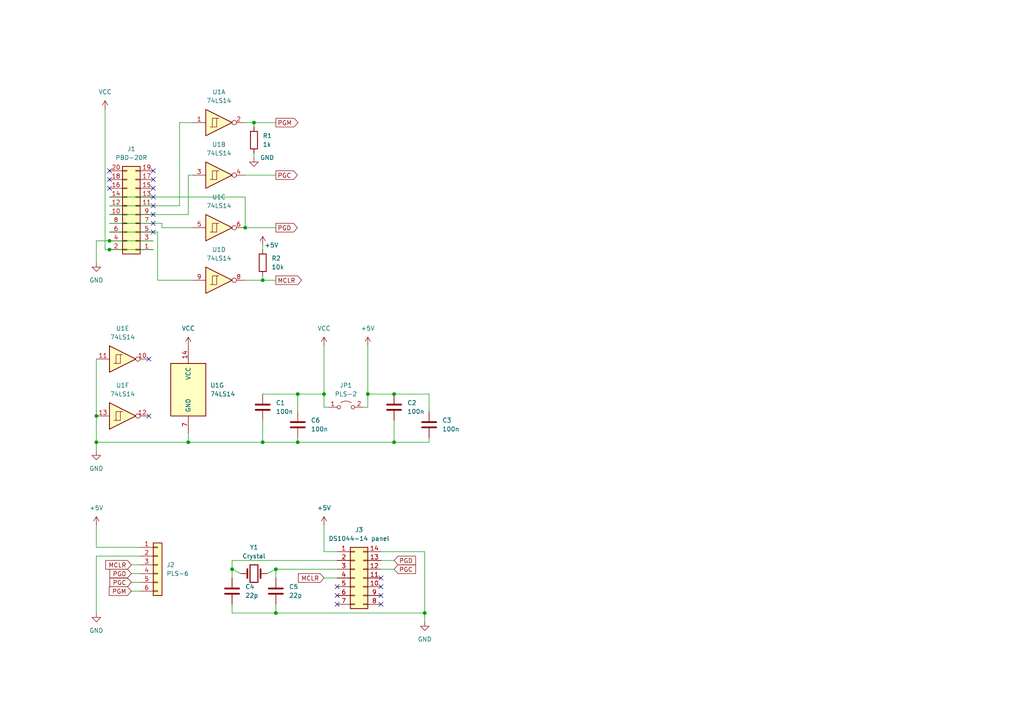
<source format=kicad_sch>
(kicad_sch (version 20211123) (generator eeschema)

  (uuid 97e5f992-979e-4291-bd9a-a77c3fd4b1b5)

  (paper "A4")

  (lib_symbols
    (symbol "74xx:74LS14" (pin_names (offset 1.016)) (in_bom yes) (on_board yes)
      (property "Reference" "U" (id 0) (at 0 1.27 0)
        (effects (font (size 1.27 1.27)))
      )
      (property "Value" "74LS14" (id 1) (at 0 -1.27 0)
        (effects (font (size 1.27 1.27)))
      )
      (property "Footprint" "" (id 2) (at 0 0 0)
        (effects (font (size 1.27 1.27)) hide)
      )
      (property "Datasheet" "http://www.ti.com/lit/gpn/sn74LS14" (id 3) (at 0 0 0)
        (effects (font (size 1.27 1.27)) hide)
      )
      (property "ki_locked" "" (id 4) (at 0 0 0)
        (effects (font (size 1.27 1.27)))
      )
      (property "ki_keywords" "TTL not inverter" (id 5) (at 0 0 0)
        (effects (font (size 1.27 1.27)) hide)
      )
      (property "ki_description" "Hex inverter schmitt trigger" (id 6) (at 0 0 0)
        (effects (font (size 1.27 1.27)) hide)
      )
      (property "ki_fp_filters" "DIP*W7.62mm*" (id 7) (at 0 0 0)
        (effects (font (size 1.27 1.27)) hide)
      )
      (symbol "74LS14_1_0"
        (polyline
          (pts
            (xy -3.81 3.81)
            (xy -3.81 -3.81)
            (xy 3.81 0)
            (xy -3.81 3.81)
          )
          (stroke (width 0.254) (type default) (color 0 0 0 0))
          (fill (type background))
        )
        (pin input line (at -7.62 0 0) (length 3.81)
          (name "~" (effects (font (size 1.27 1.27))))
          (number "1" (effects (font (size 1.27 1.27))))
        )
        (pin output inverted (at 7.62 0 180) (length 3.81)
          (name "~" (effects (font (size 1.27 1.27))))
          (number "2" (effects (font (size 1.27 1.27))))
        )
      )
      (symbol "74LS14_1_1"
        (polyline
          (pts
            (xy -1.905 -1.27)
            (xy -1.905 1.27)
            (xy -0.635 1.27)
          )
          (stroke (width 0) (type default) (color 0 0 0 0))
          (fill (type none))
        )
        (polyline
          (pts
            (xy -2.54 -1.27)
            (xy -0.635 -1.27)
            (xy -0.635 1.27)
            (xy 0 1.27)
          )
          (stroke (width 0) (type default) (color 0 0 0 0))
          (fill (type none))
        )
      )
      (symbol "74LS14_2_0"
        (polyline
          (pts
            (xy -3.81 3.81)
            (xy -3.81 -3.81)
            (xy 3.81 0)
            (xy -3.81 3.81)
          )
          (stroke (width 0.254) (type default) (color 0 0 0 0))
          (fill (type background))
        )
        (pin input line (at -7.62 0 0) (length 3.81)
          (name "~" (effects (font (size 1.27 1.27))))
          (number "3" (effects (font (size 1.27 1.27))))
        )
        (pin output inverted (at 7.62 0 180) (length 3.81)
          (name "~" (effects (font (size 1.27 1.27))))
          (number "4" (effects (font (size 1.27 1.27))))
        )
      )
      (symbol "74LS14_2_1"
        (polyline
          (pts
            (xy -1.905 -1.27)
            (xy -1.905 1.27)
            (xy -0.635 1.27)
          )
          (stroke (width 0) (type default) (color 0 0 0 0))
          (fill (type none))
        )
        (polyline
          (pts
            (xy -2.54 -1.27)
            (xy -0.635 -1.27)
            (xy -0.635 1.27)
            (xy 0 1.27)
          )
          (stroke (width 0) (type default) (color 0 0 0 0))
          (fill (type none))
        )
      )
      (symbol "74LS14_3_0"
        (polyline
          (pts
            (xy -3.81 3.81)
            (xy -3.81 -3.81)
            (xy 3.81 0)
            (xy -3.81 3.81)
          )
          (stroke (width 0.254) (type default) (color 0 0 0 0))
          (fill (type background))
        )
        (pin input line (at -7.62 0 0) (length 3.81)
          (name "~" (effects (font (size 1.27 1.27))))
          (number "5" (effects (font (size 1.27 1.27))))
        )
        (pin output inverted (at 7.62 0 180) (length 3.81)
          (name "~" (effects (font (size 1.27 1.27))))
          (number "6" (effects (font (size 1.27 1.27))))
        )
      )
      (symbol "74LS14_3_1"
        (polyline
          (pts
            (xy -1.905 -1.27)
            (xy -1.905 1.27)
            (xy -0.635 1.27)
          )
          (stroke (width 0) (type default) (color 0 0 0 0))
          (fill (type none))
        )
        (polyline
          (pts
            (xy -2.54 -1.27)
            (xy -0.635 -1.27)
            (xy -0.635 1.27)
            (xy 0 1.27)
          )
          (stroke (width 0) (type default) (color 0 0 0 0))
          (fill (type none))
        )
      )
      (symbol "74LS14_4_0"
        (polyline
          (pts
            (xy -3.81 3.81)
            (xy -3.81 -3.81)
            (xy 3.81 0)
            (xy -3.81 3.81)
          )
          (stroke (width 0.254) (type default) (color 0 0 0 0))
          (fill (type background))
        )
        (pin output inverted (at 7.62 0 180) (length 3.81)
          (name "~" (effects (font (size 1.27 1.27))))
          (number "8" (effects (font (size 1.27 1.27))))
        )
        (pin input line (at -7.62 0 0) (length 3.81)
          (name "~" (effects (font (size 1.27 1.27))))
          (number "9" (effects (font (size 1.27 1.27))))
        )
      )
      (symbol "74LS14_4_1"
        (polyline
          (pts
            (xy -1.905 -1.27)
            (xy -1.905 1.27)
            (xy -0.635 1.27)
          )
          (stroke (width 0) (type default) (color 0 0 0 0))
          (fill (type none))
        )
        (polyline
          (pts
            (xy -2.54 -1.27)
            (xy -0.635 -1.27)
            (xy -0.635 1.27)
            (xy 0 1.27)
          )
          (stroke (width 0) (type default) (color 0 0 0 0))
          (fill (type none))
        )
      )
      (symbol "74LS14_5_0"
        (polyline
          (pts
            (xy -3.81 3.81)
            (xy -3.81 -3.81)
            (xy 3.81 0)
            (xy -3.81 3.81)
          )
          (stroke (width 0.254) (type default) (color 0 0 0 0))
          (fill (type background))
        )
        (pin output inverted (at 7.62 0 180) (length 3.81)
          (name "~" (effects (font (size 1.27 1.27))))
          (number "10" (effects (font (size 1.27 1.27))))
        )
        (pin input line (at -7.62 0 0) (length 3.81)
          (name "~" (effects (font (size 1.27 1.27))))
          (number "11" (effects (font (size 1.27 1.27))))
        )
      )
      (symbol "74LS14_5_1"
        (polyline
          (pts
            (xy -1.905 -1.27)
            (xy -1.905 1.27)
            (xy -0.635 1.27)
          )
          (stroke (width 0) (type default) (color 0 0 0 0))
          (fill (type none))
        )
        (polyline
          (pts
            (xy -2.54 -1.27)
            (xy -0.635 -1.27)
            (xy -0.635 1.27)
            (xy 0 1.27)
          )
          (stroke (width 0) (type default) (color 0 0 0 0))
          (fill (type none))
        )
      )
      (symbol "74LS14_6_0"
        (polyline
          (pts
            (xy -3.81 3.81)
            (xy -3.81 -3.81)
            (xy 3.81 0)
            (xy -3.81 3.81)
          )
          (stroke (width 0.254) (type default) (color 0 0 0 0))
          (fill (type background))
        )
        (pin output inverted (at 7.62 0 180) (length 3.81)
          (name "~" (effects (font (size 1.27 1.27))))
          (number "12" (effects (font (size 1.27 1.27))))
        )
        (pin input line (at -7.62 0 0) (length 3.81)
          (name "~" (effects (font (size 1.27 1.27))))
          (number "13" (effects (font (size 1.27 1.27))))
        )
      )
      (symbol "74LS14_6_1"
        (polyline
          (pts
            (xy -1.905 -1.27)
            (xy -1.905 1.27)
            (xy -0.635 1.27)
          )
          (stroke (width 0) (type default) (color 0 0 0 0))
          (fill (type none))
        )
        (polyline
          (pts
            (xy -2.54 -1.27)
            (xy -0.635 -1.27)
            (xy -0.635 1.27)
            (xy 0 1.27)
          )
          (stroke (width 0) (type default) (color 0 0 0 0))
          (fill (type none))
        )
      )
      (symbol "74LS14_7_0"
        (pin power_in line (at 0 12.7 270) (length 5.08)
          (name "VCC" (effects (font (size 1.27 1.27))))
          (number "14" (effects (font (size 1.27 1.27))))
        )
        (pin power_in line (at 0 -12.7 90) (length 5.08)
          (name "GND" (effects (font (size 1.27 1.27))))
          (number "7" (effects (font (size 1.27 1.27))))
        )
      )
      (symbol "74LS14_7_1"
        (rectangle (start -5.08 7.62) (end 5.08 -7.62)
          (stroke (width 0.254) (type default) (color 0 0 0 0))
          (fill (type background))
        )
      )
    )
    (symbol "Connector_Generic:Conn_01x06" (pin_names (offset 1.016) hide) (in_bom yes) (on_board yes)
      (property "Reference" "J" (id 0) (at 0 7.62 0)
        (effects (font (size 1.27 1.27)))
      )
      (property "Value" "Conn_01x06" (id 1) (at 0 -10.16 0)
        (effects (font (size 1.27 1.27)))
      )
      (property "Footprint" "" (id 2) (at 0 0 0)
        (effects (font (size 1.27 1.27)) hide)
      )
      (property "Datasheet" "~" (id 3) (at 0 0 0)
        (effects (font (size 1.27 1.27)) hide)
      )
      (property "ki_keywords" "connector" (id 4) (at 0 0 0)
        (effects (font (size 1.27 1.27)) hide)
      )
      (property "ki_description" "Generic connector, single row, 01x06, script generated (kicad-library-utils/schlib/autogen/connector/)" (id 5) (at 0 0 0)
        (effects (font (size 1.27 1.27)) hide)
      )
      (property "ki_fp_filters" "Connector*:*_1x??_*" (id 6) (at 0 0 0)
        (effects (font (size 1.27 1.27)) hide)
      )
      (symbol "Conn_01x06_1_1"
        (rectangle (start -1.27 -7.493) (end 0 -7.747)
          (stroke (width 0.1524) (type default) (color 0 0 0 0))
          (fill (type none))
        )
        (rectangle (start -1.27 -4.953) (end 0 -5.207)
          (stroke (width 0.1524) (type default) (color 0 0 0 0))
          (fill (type none))
        )
        (rectangle (start -1.27 -2.413) (end 0 -2.667)
          (stroke (width 0.1524) (type default) (color 0 0 0 0))
          (fill (type none))
        )
        (rectangle (start -1.27 0.127) (end 0 -0.127)
          (stroke (width 0.1524) (type default) (color 0 0 0 0))
          (fill (type none))
        )
        (rectangle (start -1.27 2.667) (end 0 2.413)
          (stroke (width 0.1524) (type default) (color 0 0 0 0))
          (fill (type none))
        )
        (rectangle (start -1.27 5.207) (end 0 4.953)
          (stroke (width 0.1524) (type default) (color 0 0 0 0))
          (fill (type none))
        )
        (rectangle (start -1.27 6.35) (end 1.27 -8.89)
          (stroke (width 0.254) (type default) (color 0 0 0 0))
          (fill (type background))
        )
        (pin passive line (at -5.08 5.08 0) (length 3.81)
          (name "Pin_1" (effects (font (size 1.27 1.27))))
          (number "1" (effects (font (size 1.27 1.27))))
        )
        (pin passive line (at -5.08 2.54 0) (length 3.81)
          (name "Pin_2" (effects (font (size 1.27 1.27))))
          (number "2" (effects (font (size 1.27 1.27))))
        )
        (pin passive line (at -5.08 0 0) (length 3.81)
          (name "Pin_3" (effects (font (size 1.27 1.27))))
          (number "3" (effects (font (size 1.27 1.27))))
        )
        (pin passive line (at -5.08 -2.54 0) (length 3.81)
          (name "Pin_4" (effects (font (size 1.27 1.27))))
          (number "4" (effects (font (size 1.27 1.27))))
        )
        (pin passive line (at -5.08 -5.08 0) (length 3.81)
          (name "Pin_5" (effects (font (size 1.27 1.27))))
          (number "5" (effects (font (size 1.27 1.27))))
        )
        (pin passive line (at -5.08 -7.62 0) (length 3.81)
          (name "Pin_6" (effects (font (size 1.27 1.27))))
          (number "6" (effects (font (size 1.27 1.27))))
        )
      )
    )
    (symbol "Connector_Generic:Conn_02x07_Counter_Clockwise" (pin_names (offset 1.016) hide) (in_bom yes) (on_board yes)
      (property "Reference" "J" (id 0) (at 1.27 10.16 0)
        (effects (font (size 1.27 1.27)))
      )
      (property "Value" "Conn_02x07_Counter_Clockwise" (id 1) (at 1.27 -10.16 0)
        (effects (font (size 1.27 1.27)))
      )
      (property "Footprint" "" (id 2) (at 0 0 0)
        (effects (font (size 1.27 1.27)) hide)
      )
      (property "Datasheet" "~" (id 3) (at 0 0 0)
        (effects (font (size 1.27 1.27)) hide)
      )
      (property "ki_keywords" "connector" (id 4) (at 0 0 0)
        (effects (font (size 1.27 1.27)) hide)
      )
      (property "ki_description" "Generic connector, double row, 02x07, counter clockwise pin numbering scheme (similar to DIP packge numbering), script generated (kicad-library-utils/schlib/autogen/connector/)" (id 5) (at 0 0 0)
        (effects (font (size 1.27 1.27)) hide)
      )
      (property "ki_fp_filters" "Connector*:*_2x??_*" (id 6) (at 0 0 0)
        (effects (font (size 1.27 1.27)) hide)
      )
      (symbol "Conn_02x07_Counter_Clockwise_1_1"
        (rectangle (start -1.27 -7.493) (end 0 -7.747)
          (stroke (width 0.1524) (type default) (color 0 0 0 0))
          (fill (type none))
        )
        (rectangle (start -1.27 -4.953) (end 0 -5.207)
          (stroke (width 0.1524) (type default) (color 0 0 0 0))
          (fill (type none))
        )
        (rectangle (start -1.27 -2.413) (end 0 -2.667)
          (stroke (width 0.1524) (type default) (color 0 0 0 0))
          (fill (type none))
        )
        (rectangle (start -1.27 0.127) (end 0 -0.127)
          (stroke (width 0.1524) (type default) (color 0 0 0 0))
          (fill (type none))
        )
        (rectangle (start -1.27 2.667) (end 0 2.413)
          (stroke (width 0.1524) (type default) (color 0 0 0 0))
          (fill (type none))
        )
        (rectangle (start -1.27 5.207) (end 0 4.953)
          (stroke (width 0.1524) (type default) (color 0 0 0 0))
          (fill (type none))
        )
        (rectangle (start -1.27 7.747) (end 0 7.493)
          (stroke (width 0.1524) (type default) (color 0 0 0 0))
          (fill (type none))
        )
        (rectangle (start -1.27 8.89) (end 3.81 -8.89)
          (stroke (width 0.254) (type default) (color 0 0 0 0))
          (fill (type background))
        )
        (rectangle (start 3.81 -7.493) (end 2.54 -7.747)
          (stroke (width 0.1524) (type default) (color 0 0 0 0))
          (fill (type none))
        )
        (rectangle (start 3.81 -4.953) (end 2.54 -5.207)
          (stroke (width 0.1524) (type default) (color 0 0 0 0))
          (fill (type none))
        )
        (rectangle (start 3.81 -2.413) (end 2.54 -2.667)
          (stroke (width 0.1524) (type default) (color 0 0 0 0))
          (fill (type none))
        )
        (rectangle (start 3.81 0.127) (end 2.54 -0.127)
          (stroke (width 0.1524) (type default) (color 0 0 0 0))
          (fill (type none))
        )
        (rectangle (start 3.81 2.667) (end 2.54 2.413)
          (stroke (width 0.1524) (type default) (color 0 0 0 0))
          (fill (type none))
        )
        (rectangle (start 3.81 5.207) (end 2.54 4.953)
          (stroke (width 0.1524) (type default) (color 0 0 0 0))
          (fill (type none))
        )
        (rectangle (start 3.81 7.747) (end 2.54 7.493)
          (stroke (width 0.1524) (type default) (color 0 0 0 0))
          (fill (type none))
        )
        (pin passive line (at -5.08 7.62 0) (length 3.81)
          (name "Pin_1" (effects (font (size 1.27 1.27))))
          (number "1" (effects (font (size 1.27 1.27))))
        )
        (pin passive line (at 7.62 -2.54 180) (length 3.81)
          (name "Pin_10" (effects (font (size 1.27 1.27))))
          (number "10" (effects (font (size 1.27 1.27))))
        )
        (pin passive line (at 7.62 0 180) (length 3.81)
          (name "Pin_11" (effects (font (size 1.27 1.27))))
          (number "11" (effects (font (size 1.27 1.27))))
        )
        (pin passive line (at 7.62 2.54 180) (length 3.81)
          (name "Pin_12" (effects (font (size 1.27 1.27))))
          (number "12" (effects (font (size 1.27 1.27))))
        )
        (pin passive line (at 7.62 5.08 180) (length 3.81)
          (name "Pin_13" (effects (font (size 1.27 1.27))))
          (number "13" (effects (font (size 1.27 1.27))))
        )
        (pin passive line (at 7.62 7.62 180) (length 3.81)
          (name "Pin_14" (effects (font (size 1.27 1.27))))
          (number "14" (effects (font (size 1.27 1.27))))
        )
        (pin passive line (at -5.08 5.08 0) (length 3.81)
          (name "Pin_2" (effects (font (size 1.27 1.27))))
          (number "2" (effects (font (size 1.27 1.27))))
        )
        (pin passive line (at -5.08 2.54 0) (length 3.81)
          (name "Pin_3" (effects (font (size 1.27 1.27))))
          (number "3" (effects (font (size 1.27 1.27))))
        )
        (pin passive line (at -5.08 0 0) (length 3.81)
          (name "Pin_4" (effects (font (size 1.27 1.27))))
          (number "4" (effects (font (size 1.27 1.27))))
        )
        (pin passive line (at -5.08 -2.54 0) (length 3.81)
          (name "Pin_5" (effects (font (size 1.27 1.27))))
          (number "5" (effects (font (size 1.27 1.27))))
        )
        (pin passive line (at -5.08 -5.08 0) (length 3.81)
          (name "Pin_6" (effects (font (size 1.27 1.27))))
          (number "6" (effects (font (size 1.27 1.27))))
        )
        (pin passive line (at -5.08 -7.62 0) (length 3.81)
          (name "Pin_7" (effects (font (size 1.27 1.27))))
          (number "7" (effects (font (size 1.27 1.27))))
        )
        (pin passive line (at 7.62 -7.62 180) (length 3.81)
          (name "Pin_8" (effects (font (size 1.27 1.27))))
          (number "8" (effects (font (size 1.27 1.27))))
        )
        (pin passive line (at 7.62 -5.08 180) (length 3.81)
          (name "Pin_9" (effects (font (size 1.27 1.27))))
          (number "9" (effects (font (size 1.27 1.27))))
        )
      )
    )
    (symbol "Connector_Generic:Conn_02x10_Odd_Even" (pin_names (offset 1.016) hide) (in_bom yes) (on_board yes)
      (property "Reference" "J" (id 0) (at 1.27 12.7 0)
        (effects (font (size 1.27 1.27)))
      )
      (property "Value" "Conn_02x10_Odd_Even" (id 1) (at 1.27 -15.24 0)
        (effects (font (size 1.27 1.27)))
      )
      (property "Footprint" "" (id 2) (at 0 0 0)
        (effects (font (size 1.27 1.27)) hide)
      )
      (property "Datasheet" "~" (id 3) (at 0 0 0)
        (effects (font (size 1.27 1.27)) hide)
      )
      (property "ki_keywords" "connector" (id 4) (at 0 0 0)
        (effects (font (size 1.27 1.27)) hide)
      )
      (property "ki_description" "Generic connector, double row, 02x10, odd/even pin numbering scheme (row 1 odd numbers, row 2 even numbers), script generated (kicad-library-utils/schlib/autogen/connector/)" (id 5) (at 0 0 0)
        (effects (font (size 1.27 1.27)) hide)
      )
      (property "ki_fp_filters" "Connector*:*_2x??_*" (id 6) (at 0 0 0)
        (effects (font (size 1.27 1.27)) hide)
      )
      (symbol "Conn_02x10_Odd_Even_1_1"
        (rectangle (start -1.27 -12.573) (end 0 -12.827)
          (stroke (width 0.1524) (type default) (color 0 0 0 0))
          (fill (type none))
        )
        (rectangle (start -1.27 -10.033) (end 0 -10.287)
          (stroke (width 0.1524) (type default) (color 0 0 0 0))
          (fill (type none))
        )
        (rectangle (start -1.27 -7.493) (end 0 -7.747)
          (stroke (width 0.1524) (type default) (color 0 0 0 0))
          (fill (type none))
        )
        (rectangle (start -1.27 -4.953) (end 0 -5.207)
          (stroke (width 0.1524) (type default) (color 0 0 0 0))
          (fill (type none))
        )
        (rectangle (start -1.27 -2.413) (end 0 -2.667)
          (stroke (width 0.1524) (type default) (color 0 0 0 0))
          (fill (type none))
        )
        (rectangle (start -1.27 0.127) (end 0 -0.127)
          (stroke (width 0.1524) (type default) (color 0 0 0 0))
          (fill (type none))
        )
        (rectangle (start -1.27 2.667) (end 0 2.413)
          (stroke (width 0.1524) (type default) (color 0 0 0 0))
          (fill (type none))
        )
        (rectangle (start -1.27 5.207) (end 0 4.953)
          (stroke (width 0.1524) (type default) (color 0 0 0 0))
          (fill (type none))
        )
        (rectangle (start -1.27 7.747) (end 0 7.493)
          (stroke (width 0.1524) (type default) (color 0 0 0 0))
          (fill (type none))
        )
        (rectangle (start -1.27 10.287) (end 0 10.033)
          (stroke (width 0.1524) (type default) (color 0 0 0 0))
          (fill (type none))
        )
        (rectangle (start -1.27 11.43) (end 3.81 -13.97)
          (stroke (width 0.254) (type default) (color 0 0 0 0))
          (fill (type background))
        )
        (rectangle (start 3.81 -12.573) (end 2.54 -12.827)
          (stroke (width 0.1524) (type default) (color 0 0 0 0))
          (fill (type none))
        )
        (rectangle (start 3.81 -10.033) (end 2.54 -10.287)
          (stroke (width 0.1524) (type default) (color 0 0 0 0))
          (fill (type none))
        )
        (rectangle (start 3.81 -7.493) (end 2.54 -7.747)
          (stroke (width 0.1524) (type default) (color 0 0 0 0))
          (fill (type none))
        )
        (rectangle (start 3.81 -4.953) (end 2.54 -5.207)
          (stroke (width 0.1524) (type default) (color 0 0 0 0))
          (fill (type none))
        )
        (rectangle (start 3.81 -2.413) (end 2.54 -2.667)
          (stroke (width 0.1524) (type default) (color 0 0 0 0))
          (fill (type none))
        )
        (rectangle (start 3.81 0.127) (end 2.54 -0.127)
          (stroke (width 0.1524) (type default) (color 0 0 0 0))
          (fill (type none))
        )
        (rectangle (start 3.81 2.667) (end 2.54 2.413)
          (stroke (width 0.1524) (type default) (color 0 0 0 0))
          (fill (type none))
        )
        (rectangle (start 3.81 5.207) (end 2.54 4.953)
          (stroke (width 0.1524) (type default) (color 0 0 0 0))
          (fill (type none))
        )
        (rectangle (start 3.81 7.747) (end 2.54 7.493)
          (stroke (width 0.1524) (type default) (color 0 0 0 0))
          (fill (type none))
        )
        (rectangle (start 3.81 10.287) (end 2.54 10.033)
          (stroke (width 0.1524) (type default) (color 0 0 0 0))
          (fill (type none))
        )
        (pin passive line (at -5.08 10.16 0) (length 3.81)
          (name "Pin_1" (effects (font (size 1.27 1.27))))
          (number "1" (effects (font (size 1.27 1.27))))
        )
        (pin passive line (at 7.62 0 180) (length 3.81)
          (name "Pin_10" (effects (font (size 1.27 1.27))))
          (number "10" (effects (font (size 1.27 1.27))))
        )
        (pin passive line (at -5.08 -2.54 0) (length 3.81)
          (name "Pin_11" (effects (font (size 1.27 1.27))))
          (number "11" (effects (font (size 1.27 1.27))))
        )
        (pin passive line (at 7.62 -2.54 180) (length 3.81)
          (name "Pin_12" (effects (font (size 1.27 1.27))))
          (number "12" (effects (font (size 1.27 1.27))))
        )
        (pin passive line (at -5.08 -5.08 0) (length 3.81)
          (name "Pin_13" (effects (font (size 1.27 1.27))))
          (number "13" (effects (font (size 1.27 1.27))))
        )
        (pin passive line (at 7.62 -5.08 180) (length 3.81)
          (name "Pin_14" (effects (font (size 1.27 1.27))))
          (number "14" (effects (font (size 1.27 1.27))))
        )
        (pin passive line (at -5.08 -7.62 0) (length 3.81)
          (name "Pin_15" (effects (font (size 1.27 1.27))))
          (number "15" (effects (font (size 1.27 1.27))))
        )
        (pin passive line (at 7.62 -7.62 180) (length 3.81)
          (name "Pin_16" (effects (font (size 1.27 1.27))))
          (number "16" (effects (font (size 1.27 1.27))))
        )
        (pin passive line (at -5.08 -10.16 0) (length 3.81)
          (name "Pin_17" (effects (font (size 1.27 1.27))))
          (number "17" (effects (font (size 1.27 1.27))))
        )
        (pin passive line (at 7.62 -10.16 180) (length 3.81)
          (name "Pin_18" (effects (font (size 1.27 1.27))))
          (number "18" (effects (font (size 1.27 1.27))))
        )
        (pin passive line (at -5.08 -12.7 0) (length 3.81)
          (name "Pin_19" (effects (font (size 1.27 1.27))))
          (number "19" (effects (font (size 1.27 1.27))))
        )
        (pin passive line (at 7.62 10.16 180) (length 3.81)
          (name "Pin_2" (effects (font (size 1.27 1.27))))
          (number "2" (effects (font (size 1.27 1.27))))
        )
        (pin passive line (at 7.62 -12.7 180) (length 3.81)
          (name "Pin_20" (effects (font (size 1.27 1.27))))
          (number "20" (effects (font (size 1.27 1.27))))
        )
        (pin passive line (at -5.08 7.62 0) (length 3.81)
          (name "Pin_3" (effects (font (size 1.27 1.27))))
          (number "3" (effects (font (size 1.27 1.27))))
        )
        (pin passive line (at 7.62 7.62 180) (length 3.81)
          (name "Pin_4" (effects (font (size 1.27 1.27))))
          (number "4" (effects (font (size 1.27 1.27))))
        )
        (pin passive line (at -5.08 5.08 0) (length 3.81)
          (name "Pin_5" (effects (font (size 1.27 1.27))))
          (number "5" (effects (font (size 1.27 1.27))))
        )
        (pin passive line (at 7.62 5.08 180) (length 3.81)
          (name "Pin_6" (effects (font (size 1.27 1.27))))
          (number "6" (effects (font (size 1.27 1.27))))
        )
        (pin passive line (at -5.08 2.54 0) (length 3.81)
          (name "Pin_7" (effects (font (size 1.27 1.27))))
          (number "7" (effects (font (size 1.27 1.27))))
        )
        (pin passive line (at 7.62 2.54 180) (length 3.81)
          (name "Pin_8" (effects (font (size 1.27 1.27))))
          (number "8" (effects (font (size 1.27 1.27))))
        )
        (pin passive line (at -5.08 0 0) (length 3.81)
          (name "Pin_9" (effects (font (size 1.27 1.27))))
          (number "9" (effects (font (size 1.27 1.27))))
        )
      )
    )
    (symbol "Device:C" (pin_numbers hide) (pin_names (offset 0.254)) (in_bom yes) (on_board yes)
      (property "Reference" "C" (id 0) (at 0.635 2.54 0)
        (effects (font (size 1.27 1.27)) (justify left))
      )
      (property "Value" "C" (id 1) (at 0.635 -2.54 0)
        (effects (font (size 1.27 1.27)) (justify left))
      )
      (property "Footprint" "" (id 2) (at 0.9652 -3.81 0)
        (effects (font (size 1.27 1.27)) hide)
      )
      (property "Datasheet" "~" (id 3) (at 0 0 0)
        (effects (font (size 1.27 1.27)) hide)
      )
      (property "ki_keywords" "cap capacitor" (id 4) (at 0 0 0)
        (effects (font (size 1.27 1.27)) hide)
      )
      (property "ki_description" "Unpolarized capacitor" (id 5) (at 0 0 0)
        (effects (font (size 1.27 1.27)) hide)
      )
      (property "ki_fp_filters" "C_*" (id 6) (at 0 0 0)
        (effects (font (size 1.27 1.27)) hide)
      )
      (symbol "C_0_1"
        (polyline
          (pts
            (xy -2.032 -0.762)
            (xy 2.032 -0.762)
          )
          (stroke (width 0.508) (type default) (color 0 0 0 0))
          (fill (type none))
        )
        (polyline
          (pts
            (xy -2.032 0.762)
            (xy 2.032 0.762)
          )
          (stroke (width 0.508) (type default) (color 0 0 0 0))
          (fill (type none))
        )
      )
      (symbol "C_1_1"
        (pin passive line (at 0 3.81 270) (length 2.794)
          (name "~" (effects (font (size 1.27 1.27))))
          (number "1" (effects (font (size 1.27 1.27))))
        )
        (pin passive line (at 0 -3.81 90) (length 2.794)
          (name "~" (effects (font (size 1.27 1.27))))
          (number "2" (effects (font (size 1.27 1.27))))
        )
      )
    )
    (symbol "Device:Crystal" (pin_numbers hide) (pin_names (offset 1.016) hide) (in_bom yes) (on_board yes)
      (property "Reference" "Y" (id 0) (at 0 3.81 0)
        (effects (font (size 1.27 1.27)))
      )
      (property "Value" "Crystal" (id 1) (at 0 -3.81 0)
        (effects (font (size 1.27 1.27)))
      )
      (property "Footprint" "" (id 2) (at 0 0 0)
        (effects (font (size 1.27 1.27)) hide)
      )
      (property "Datasheet" "~" (id 3) (at 0 0 0)
        (effects (font (size 1.27 1.27)) hide)
      )
      (property "ki_keywords" "quartz ceramic resonator oscillator" (id 4) (at 0 0 0)
        (effects (font (size 1.27 1.27)) hide)
      )
      (property "ki_description" "Two pin crystal" (id 5) (at 0 0 0)
        (effects (font (size 1.27 1.27)) hide)
      )
      (property "ki_fp_filters" "Crystal*" (id 6) (at 0 0 0)
        (effects (font (size 1.27 1.27)) hide)
      )
      (symbol "Crystal_0_1"
        (rectangle (start -1.143 2.54) (end 1.143 -2.54)
          (stroke (width 0.3048) (type default) (color 0 0 0 0))
          (fill (type none))
        )
        (polyline
          (pts
            (xy -2.54 0)
            (xy -1.905 0)
          )
          (stroke (width 0) (type default) (color 0 0 0 0))
          (fill (type none))
        )
        (polyline
          (pts
            (xy -1.905 -1.27)
            (xy -1.905 1.27)
          )
          (stroke (width 0.508) (type default) (color 0 0 0 0))
          (fill (type none))
        )
        (polyline
          (pts
            (xy 1.905 -1.27)
            (xy 1.905 1.27)
          )
          (stroke (width 0.508) (type default) (color 0 0 0 0))
          (fill (type none))
        )
        (polyline
          (pts
            (xy 2.54 0)
            (xy 1.905 0)
          )
          (stroke (width 0) (type default) (color 0 0 0 0))
          (fill (type none))
        )
      )
      (symbol "Crystal_1_1"
        (pin passive line (at -3.81 0 0) (length 1.27)
          (name "1" (effects (font (size 1.27 1.27))))
          (number "1" (effects (font (size 1.27 1.27))))
        )
        (pin passive line (at 3.81 0 180) (length 1.27)
          (name "2" (effects (font (size 1.27 1.27))))
          (number "2" (effects (font (size 1.27 1.27))))
        )
      )
    )
    (symbol "Device:R" (pin_numbers hide) (pin_names (offset 0)) (in_bom yes) (on_board yes)
      (property "Reference" "R" (id 0) (at 2.032 0 90)
        (effects (font (size 1.27 1.27)))
      )
      (property "Value" "R" (id 1) (at 0 0 90)
        (effects (font (size 1.27 1.27)))
      )
      (property "Footprint" "" (id 2) (at -1.778 0 90)
        (effects (font (size 1.27 1.27)) hide)
      )
      (property "Datasheet" "~" (id 3) (at 0 0 0)
        (effects (font (size 1.27 1.27)) hide)
      )
      (property "ki_keywords" "R res resistor" (id 4) (at 0 0 0)
        (effects (font (size 1.27 1.27)) hide)
      )
      (property "ki_description" "Resistor" (id 5) (at 0 0 0)
        (effects (font (size 1.27 1.27)) hide)
      )
      (property "ki_fp_filters" "R_*" (id 6) (at 0 0 0)
        (effects (font (size 1.27 1.27)) hide)
      )
      (symbol "R_0_1"
        (rectangle (start -1.016 -2.54) (end 1.016 2.54)
          (stroke (width 0.254) (type default) (color 0 0 0 0))
          (fill (type none))
        )
      )
      (symbol "R_1_1"
        (pin passive line (at 0 3.81 270) (length 1.27)
          (name "~" (effects (font (size 1.27 1.27))))
          (number "1" (effects (font (size 1.27 1.27))))
        )
        (pin passive line (at 0 -3.81 90) (length 1.27)
          (name "~" (effects (font (size 1.27 1.27))))
          (number "2" (effects (font (size 1.27 1.27))))
        )
      )
    )
    (symbol "Jumper:Jumper_2_Open" (pin_names (offset 0) hide) (in_bom yes) (on_board yes)
      (property "Reference" "JP" (id 0) (at 0 2.794 0)
        (effects (font (size 1.27 1.27)))
      )
      (property "Value" "Jumper_2_Open" (id 1) (at 0 -2.286 0)
        (effects (font (size 1.27 1.27)))
      )
      (property "Footprint" "" (id 2) (at 0 0 0)
        (effects (font (size 1.27 1.27)) hide)
      )
      (property "Datasheet" "~" (id 3) (at 0 0 0)
        (effects (font (size 1.27 1.27)) hide)
      )
      (property "ki_keywords" "Jumper SPST" (id 4) (at 0 0 0)
        (effects (font (size 1.27 1.27)) hide)
      )
      (property "ki_description" "Jumper, 2-pole, open" (id 5) (at 0 0 0)
        (effects (font (size 1.27 1.27)) hide)
      )
      (property "ki_fp_filters" "Jumper* TestPoint*2Pads* TestPoint*Bridge*" (id 6) (at 0 0 0)
        (effects (font (size 1.27 1.27)) hide)
      )
      (symbol "Jumper_2_Open_0_0"
        (circle (center -2.032 0) (radius 0.508)
          (stroke (width 0) (type default) (color 0 0 0 0))
          (fill (type none))
        )
        (circle (center 2.032 0) (radius 0.508)
          (stroke (width 0) (type default) (color 0 0 0 0))
          (fill (type none))
        )
      )
      (symbol "Jumper_2_Open_0_1"
        (arc (start 1.524 1.27) (mid 0 1.778) (end -1.524 1.27)
          (stroke (width 0) (type default) (color 0 0 0 0))
          (fill (type none))
        )
      )
      (symbol "Jumper_2_Open_1_1"
        (pin passive line (at -5.08 0 0) (length 2.54)
          (name "A" (effects (font (size 1.27 1.27))))
          (number "1" (effects (font (size 1.27 1.27))))
        )
        (pin passive line (at 5.08 0 180) (length 2.54)
          (name "B" (effects (font (size 1.27 1.27))))
          (number "2" (effects (font (size 1.27 1.27))))
        )
      )
    )
    (symbol "power:+5V" (power) (pin_names (offset 0)) (in_bom yes) (on_board yes)
      (property "Reference" "#PWR" (id 0) (at 0 -3.81 0)
        (effects (font (size 1.27 1.27)) hide)
      )
      (property "Value" "+5V" (id 1) (at 0 3.556 0)
        (effects (font (size 1.27 1.27)))
      )
      (property "Footprint" "" (id 2) (at 0 0 0)
        (effects (font (size 1.27 1.27)) hide)
      )
      (property "Datasheet" "" (id 3) (at 0 0 0)
        (effects (font (size 1.27 1.27)) hide)
      )
      (property "ki_keywords" "power-flag" (id 4) (at 0 0 0)
        (effects (font (size 1.27 1.27)) hide)
      )
      (property "ki_description" "Power symbol creates a global label with name \"+5V\"" (id 5) (at 0 0 0)
        (effects (font (size 1.27 1.27)) hide)
      )
      (symbol "+5V_0_1"
        (polyline
          (pts
            (xy -0.762 1.27)
            (xy 0 2.54)
          )
          (stroke (width 0) (type default) (color 0 0 0 0))
          (fill (type none))
        )
        (polyline
          (pts
            (xy 0 0)
            (xy 0 2.54)
          )
          (stroke (width 0) (type default) (color 0 0 0 0))
          (fill (type none))
        )
        (polyline
          (pts
            (xy 0 2.54)
            (xy 0.762 1.27)
          )
          (stroke (width 0) (type default) (color 0 0 0 0))
          (fill (type none))
        )
      )
      (symbol "+5V_1_1"
        (pin power_in line (at 0 0 90) (length 0) hide
          (name "+5V" (effects (font (size 1.27 1.27))))
          (number "1" (effects (font (size 1.27 1.27))))
        )
      )
    )
    (symbol "power:GND" (power) (pin_names (offset 0)) (in_bom yes) (on_board yes)
      (property "Reference" "#PWR" (id 0) (at 0 -6.35 0)
        (effects (font (size 1.27 1.27)) hide)
      )
      (property "Value" "GND" (id 1) (at 0 -3.81 0)
        (effects (font (size 1.27 1.27)))
      )
      (property "Footprint" "" (id 2) (at 0 0 0)
        (effects (font (size 1.27 1.27)) hide)
      )
      (property "Datasheet" "" (id 3) (at 0 0 0)
        (effects (font (size 1.27 1.27)) hide)
      )
      (property "ki_keywords" "power-flag" (id 4) (at 0 0 0)
        (effects (font (size 1.27 1.27)) hide)
      )
      (property "ki_description" "Power symbol creates a global label with name \"GND\" , ground" (id 5) (at 0 0 0)
        (effects (font (size 1.27 1.27)) hide)
      )
      (symbol "GND_0_1"
        (polyline
          (pts
            (xy 0 0)
            (xy 0 -1.27)
            (xy 1.27 -1.27)
            (xy 0 -2.54)
            (xy -1.27 -1.27)
            (xy 0 -1.27)
          )
          (stroke (width 0) (type default) (color 0 0 0 0))
          (fill (type none))
        )
      )
      (symbol "GND_1_1"
        (pin power_in line (at 0 0 270) (length 0) hide
          (name "GND" (effects (font (size 1.27 1.27))))
          (number "1" (effects (font (size 1.27 1.27))))
        )
      )
    )
    (symbol "power:VCC" (power) (pin_names (offset 0)) (in_bom yes) (on_board yes)
      (property "Reference" "#PWR" (id 0) (at 0 -3.81 0)
        (effects (font (size 1.27 1.27)) hide)
      )
      (property "Value" "VCC" (id 1) (at 0 3.81 0)
        (effects (font (size 1.27 1.27)))
      )
      (property "Footprint" "" (id 2) (at 0 0 0)
        (effects (font (size 1.27 1.27)) hide)
      )
      (property "Datasheet" "" (id 3) (at 0 0 0)
        (effects (font (size 1.27 1.27)) hide)
      )
      (property "ki_keywords" "power-flag" (id 4) (at 0 0 0)
        (effects (font (size 1.27 1.27)) hide)
      )
      (property "ki_description" "Power symbol creates a global label with name \"VCC\"" (id 5) (at 0 0 0)
        (effects (font (size 1.27 1.27)) hide)
      )
      (symbol "VCC_0_1"
        (polyline
          (pts
            (xy -0.762 1.27)
            (xy 0 2.54)
          )
          (stroke (width 0) (type default) (color 0 0 0 0))
          (fill (type none))
        )
        (polyline
          (pts
            (xy 0 0)
            (xy 0 2.54)
          )
          (stroke (width 0) (type default) (color 0 0 0 0))
          (fill (type none))
        )
        (polyline
          (pts
            (xy 0 2.54)
            (xy 0.762 1.27)
          )
          (stroke (width 0) (type default) (color 0 0 0 0))
          (fill (type none))
        )
      )
      (symbol "VCC_1_1"
        (pin power_in line (at 0 0 90) (length 0) hide
          (name "VCC" (effects (font (size 1.27 1.27))))
          (number "1" (effects (font (size 1.27 1.27))))
        )
      )
    )
  )

  (junction (at 93.98 114.3) (diameter 0) (color 0 0 0 0)
    (uuid 04a516ec-e89d-4054-8278-c4627518a6f3)
  )
  (junction (at 27.94 128.27) (diameter 0) (color 0 0 0 0)
    (uuid 1d87c67d-3c70-4e44-a648-2424da3629f8)
  )
  (junction (at 76.2 81.28) (diameter 0) (color 0 0 0 0)
    (uuid 2bf4efce-22ea-4864-ae20-290c5cb59612)
  )
  (junction (at 123.19 177.8) (diameter 0) (color 0 0 0 0)
    (uuid 313801df-c662-45bb-b732-4db9a3e8553d)
  )
  (junction (at 76.2 128.27) (diameter 0) (color 0 0 0 0)
    (uuid 35555b46-c42b-4d8b-bae9-ab5e85bc7b61)
  )
  (junction (at 114.3 128.27) (diameter 0) (color 0 0 0 0)
    (uuid 4d66e508-57fe-4764-b6ae-ed02fa00aede)
  )
  (junction (at 114.3 114.3) (diameter 0) (color 0 0 0 0)
    (uuid 4ea41a91-c70b-4dda-86a6-19432dbbe9c5)
  )
  (junction (at 86.36 114.3) (diameter 0) (color 0 0 0 0)
    (uuid 66c72b69-d196-4b86-8d37-4d36ecb8f025)
  )
  (junction (at 106.68 114.3) (diameter 0) (color 0 0 0 0)
    (uuid 7432fd0c-f499-4942-852a-7bdf4e893048)
  )
  (junction (at 71.12 66.04) (diameter 0) (color 0 0 0 0)
    (uuid 7b0c631f-eefc-4c2d-9e00-9d95b9f4f763)
  )
  (junction (at 67.31 165.1) (diameter 0) (color 0 0 0 0)
    (uuid 7d071ca1-d686-4819-9d24-ca7838660b64)
  )
  (junction (at 80.01 165.1) (diameter 0) (color 0 0 0 0)
    (uuid 8168d0d4-c4fd-46ad-9107-1ba9d8322806)
  )
  (junction (at 73.66 35.56) (diameter 0) (color 0 0 0 0)
    (uuid 83938bc4-53c3-48f1-ae6b-0f4842798dc6)
  )
  (junction (at 31.75 72.39) (diameter 0) (color 0 0 0 0)
    (uuid 8f7e18b5-0cae-4e8e-9b46-4974e8ac9f1f)
  )
  (junction (at 31.75 69.85) (diameter 0) (color 0 0 0 0)
    (uuid 9103323e-6698-474b-a488-d43bcee5377d)
  )
  (junction (at 86.36 128.27) (diameter 0) (color 0 0 0 0)
    (uuid a9b51a51-026b-45f3-9281-001406d5872b)
  )
  (junction (at 54.61 128.27) (diameter 0) (color 0 0 0 0)
    (uuid bdf52b8d-ec43-4a6f-b943-be672e9ee282)
  )
  (junction (at 27.94 120.65) (diameter 0) (color 0 0 0 0)
    (uuid c1d34afe-4406-4974-94aa-986d82eb0b62)
  )
  (junction (at 80.01 177.8) (diameter 0) (color 0 0 0 0)
    (uuid d37ba30a-22c2-4ade-9217-0eddd438b023)
  )

  (no_connect (at 44.45 67.31) (uuid 13ea805b-da44-468e-a71f-0a435ffbb782))
  (no_connect (at 97.79 170.18) (uuid 1b0b89b5-a2c4-45b5-b028-e01e3fef7cec))
  (no_connect (at 97.79 172.72) (uuid 1b0b89b5-a2c4-45b5-b028-e01e3fef7ced))
  (no_connect (at 97.79 175.26) (uuid 1b0b89b5-a2c4-45b5-b028-e01e3fef7cee))
  (no_connect (at 110.49 172.72) (uuid 1b0b89b5-a2c4-45b5-b028-e01e3fef7cef))
  (no_connect (at 110.49 175.26) (uuid 1b0b89b5-a2c4-45b5-b028-e01e3fef7cf0))
  (no_connect (at 110.49 170.18) (uuid 1b0b89b5-a2c4-45b5-b028-e01e3fef7cf1))
  (no_connect (at 44.45 49.53) (uuid 53f2baf8-dd56-4c8f-84ef-06c5f93bbc89))
  (no_connect (at 44.45 52.07) (uuid 53f2baf8-dd56-4c8f-84ef-06c5f93bbc8a))
  (no_connect (at 44.45 54.61) (uuid 53f2baf8-dd56-4c8f-84ef-06c5f93bbc8b))
  (no_connect (at 43.18 104.14) (uuid 685b7795-2200-4110-bbf6-34256d980e72))
  (no_connect (at 43.18 120.65) (uuid 685b7795-2200-4110-bbf6-34256d980e73))
  (no_connect (at 44.45 62.23) (uuid 6ab2fc29-1375-4d52-b234-14ea45bfea03))
  (no_connect (at 44.45 59.69) (uuid 8b0b9d7c-51b4-43af-810a-c970bbaf9649))
  (no_connect (at 44.45 57.15) (uuid 9b8448d6-100c-4766-9427-2d804fe8b112))
  (no_connect (at 44.45 64.77) (uuid a992b14b-eb03-408c-879d-0cb517f766ef))
  (no_connect (at 31.75 49.53) (uuid ae28f242-7ce6-4bd6-9d35-43549886b929))
  (no_connect (at 31.75 54.61) (uuid ae28f242-7ce6-4bd6-9d35-43549886b92f))
  (no_connect (at 31.75 52.07) (uuid ae28f242-7ce6-4bd6-9d35-43549886b930))
  (no_connect (at 110.49 167.64) (uuid f05f06c8-157d-4733-a11c-66bc9ef685d3))

  (wire (pts (xy 71.12 57.15) (xy 71.12 66.04))
    (stroke (width 0) (type default) (color 0 0 0 0))
    (uuid 00581c2f-9fc6-41d9-ad0c-bf63324c8592)
  )
  (wire (pts (xy 93.98 167.64) (xy 97.79 167.64))
    (stroke (width 0) (type default) (color 0 0 0 0))
    (uuid 020cd419-fcfd-40ab-bdbc-f931950113ad)
  )
  (wire (pts (xy 54.61 125.73) (xy 54.61 128.27))
    (stroke (width 0) (type default) (color 0 0 0 0))
    (uuid 046d6815-1f38-4d47-8334-6a8d00915301)
  )
  (wire (pts (xy 124.46 128.27) (xy 124.46 127))
    (stroke (width 0) (type default) (color 0 0 0 0))
    (uuid 04a8ff67-87b3-4521-9d4c-c00f32a5bffc)
  )
  (wire (pts (xy 27.94 161.29) (xy 40.64 161.29))
    (stroke (width 0) (type default) (color 0 0 0 0))
    (uuid 0d7286d4-28d6-4dd8-ab5b-0f7b2cf3d84d)
  )
  (wire (pts (xy 80.01 165.1) (xy 97.79 165.1))
    (stroke (width 0) (type default) (color 0 0 0 0))
    (uuid 0e29f0a3-abc2-4677-8973-1b9f264e8023)
  )
  (wire (pts (xy 67.31 165.1) (xy 69.85 166.37))
    (stroke (width 0) (type default) (color 0 0 0 0))
    (uuid 0ed5b71d-fea8-426d-89b3-b18c67d4cf4a)
  )
  (wire (pts (xy 40.64 158.75) (xy 27.94 158.75))
    (stroke (width 0) (type default) (color 0 0 0 0))
    (uuid 10deea02-6f07-43ce-b2e0-4f829dc1778f)
  )
  (wire (pts (xy 38.1 171.45) (xy 40.64 171.45))
    (stroke (width 0) (type default) (color 0 0 0 0))
    (uuid 111cd0e7-8621-4c93-ad1e-57c12bc1bdd9)
  )
  (wire (pts (xy 76.2 114.3) (xy 86.36 114.3))
    (stroke (width 0) (type default) (color 0 0 0 0))
    (uuid 118bd32e-d725-4db1-a4cb-4855bd2dfac2)
  )
  (wire (pts (xy 67.31 162.56) (xy 67.31 165.1))
    (stroke (width 0) (type default) (color 0 0 0 0))
    (uuid 1496d267-7a68-47dd-9d0c-8cfb24ede342)
  )
  (wire (pts (xy 93.98 152.4) (xy 93.98 160.02))
    (stroke (width 0) (type default) (color 0 0 0 0))
    (uuid 1742fb58-9e8d-4d6d-975d-b1cb7b4e4de2)
  )
  (wire (pts (xy 31.75 57.15) (xy 71.12 57.15))
    (stroke (width 0) (type default) (color 0 0 0 0))
    (uuid 199915c4-f8f1-466c-8a3e-55d2b03e17e2)
  )
  (wire (pts (xy 123.19 177.8) (xy 123.19 160.02))
    (stroke (width 0) (type default) (color 0 0 0 0))
    (uuid 1a65122b-9982-4295-b3a4-e64bb7c2e905)
  )
  (wire (pts (xy 27.94 69.85) (xy 31.75 69.85))
    (stroke (width 0) (type default) (color 0 0 0 0))
    (uuid 1e73c20c-5640-4395-9839-e6b19afb1273)
  )
  (wire (pts (xy 80.01 175.26) (xy 80.01 177.8))
    (stroke (width 0) (type default) (color 0 0 0 0))
    (uuid 1feb5e29-0680-4527-be37-6c1de3c4bfb1)
  )
  (wire (pts (xy 86.36 128.27) (xy 114.3 128.27))
    (stroke (width 0) (type default) (color 0 0 0 0))
    (uuid 288dc5ac-08f4-40ef-95b3-1d040ebd7f25)
  )
  (wire (pts (xy 73.66 44.45) (xy 73.66 45.72))
    (stroke (width 0) (type default) (color 0 0 0 0))
    (uuid 2b498836-838b-4c57-8fb4-88dbab659fbd)
  )
  (wire (pts (xy 54.61 62.23) (xy 54.61 50.8))
    (stroke (width 0) (type default) (color 0 0 0 0))
    (uuid 2c24a43c-2d01-482d-8b78-7cf36c011311)
  )
  (wire (pts (xy 52.07 59.69) (xy 52.07 35.56))
    (stroke (width 0) (type default) (color 0 0 0 0))
    (uuid 2de931a7-c679-449f-85ce-f97d3d23da4c)
  )
  (wire (pts (xy 54.61 128.27) (xy 27.94 128.27))
    (stroke (width 0) (type default) (color 0 0 0 0))
    (uuid 2e7370b7-8b33-42d9-8e52-be6af3274b5d)
  )
  (wire (pts (xy 71.12 50.8) (xy 80.01 50.8))
    (stroke (width 0) (type default) (color 0 0 0 0))
    (uuid 330273b7-424a-46af-ad9d-11c5874049c8)
  )
  (wire (pts (xy 76.2 71.12) (xy 76.2 72.39))
    (stroke (width 0) (type default) (color 0 0 0 0))
    (uuid 3c2e7173-0f31-4f77-8214-010ded633a20)
  )
  (wire (pts (xy 27.94 104.14) (xy 27.94 120.65))
    (stroke (width 0) (type default) (color 0 0 0 0))
    (uuid 47e1daa4-af02-4608-8b2f-8e4072a3929d)
  )
  (wire (pts (xy 77.47 166.37) (xy 80.01 165.1))
    (stroke (width 0) (type default) (color 0 0 0 0))
    (uuid 50b84b8b-394d-4c67-a254-a3ee288bee58)
  )
  (wire (pts (xy 31.75 59.69) (xy 52.07 59.69))
    (stroke (width 0) (type default) (color 0 0 0 0))
    (uuid 541045e4-9679-4929-a2c8-c4ebdd1558b8)
  )
  (wire (pts (xy 31.75 72.39) (xy 44.45 72.39))
    (stroke (width 0) (type default) (color 0 0 0 0))
    (uuid 54d16c5b-9b41-4b51-a10b-f535e45211b6)
  )
  (wire (pts (xy 46.99 64.77) (xy 46.99 66.04))
    (stroke (width 0) (type default) (color 0 0 0 0))
    (uuid 58846f94-7daa-4a11-bf3b-6dd411f8fb05)
  )
  (wire (pts (xy 76.2 128.27) (xy 86.36 128.27))
    (stroke (width 0) (type default) (color 0 0 0 0))
    (uuid 590bcd93-069f-46cb-a08a-3caae98eed00)
  )
  (wire (pts (xy 97.79 162.56) (xy 67.31 162.56))
    (stroke (width 0) (type default) (color 0 0 0 0))
    (uuid 624c0373-0075-4944-9d7e-9bbd57b01a2a)
  )
  (wire (pts (xy 27.94 158.75) (xy 27.94 152.4))
    (stroke (width 0) (type default) (color 0 0 0 0))
    (uuid 632df5a9-abbb-461c-adb2-a40181cbf8ce)
  )
  (wire (pts (xy 27.94 128.27) (xy 27.94 130.81))
    (stroke (width 0) (type default) (color 0 0 0 0))
    (uuid 6537b589-bc22-4930-9f17-d0898b3e6529)
  )
  (wire (pts (xy 54.61 128.27) (xy 76.2 128.27))
    (stroke (width 0) (type default) (color 0 0 0 0))
    (uuid 6b6e5e67-596b-49cd-99ae-a582d20923f0)
  )
  (wire (pts (xy 106.68 118.11) (xy 106.68 114.3))
    (stroke (width 0) (type default) (color 0 0 0 0))
    (uuid 70a6d050-6f60-41a5-b45d-628f6ed94a54)
  )
  (wire (pts (xy 86.36 127) (xy 86.36 128.27))
    (stroke (width 0) (type default) (color 0 0 0 0))
    (uuid 71f95b75-e2fe-4c3f-9ef1-d5eb32d7803b)
  )
  (wire (pts (xy 73.66 35.56) (xy 73.66 36.83))
    (stroke (width 0) (type default) (color 0 0 0 0))
    (uuid 7ac32368-3407-4e28-86f9-6b7f10ab2dcc)
  )
  (wire (pts (xy 93.98 160.02) (xy 97.79 160.02))
    (stroke (width 0) (type default) (color 0 0 0 0))
    (uuid 82680dbf-b137-439a-9735-1b4c87484665)
  )
  (wire (pts (xy 110.49 162.56) (xy 114.3 162.56))
    (stroke (width 0) (type default) (color 0 0 0 0))
    (uuid 82705de3-dbed-47af-9f5a-23bd126130bc)
  )
  (wire (pts (xy 27.94 76.2) (xy 27.94 69.85))
    (stroke (width 0) (type default) (color 0 0 0 0))
    (uuid 84916f83-d8a0-446a-8998-d523c09d50ab)
  )
  (wire (pts (xy 54.61 50.8) (xy 55.88 50.8))
    (stroke (width 0) (type default) (color 0 0 0 0))
    (uuid 86e7e82c-24bf-45d9-b71c-318537de1d0a)
  )
  (wire (pts (xy 30.48 31.75) (xy 30.48 72.39))
    (stroke (width 0) (type default) (color 0 0 0 0))
    (uuid 86ffdc53-e0f3-40b1-bc5f-d590e840caed)
  )
  (wire (pts (xy 27.94 120.65) (xy 27.94 128.27))
    (stroke (width 0) (type default) (color 0 0 0 0))
    (uuid 89e04750-40ec-4772-b2fd-2a6e189a8dd1)
  )
  (wire (pts (xy 31.75 64.77) (xy 46.99 64.77))
    (stroke (width 0) (type default) (color 0 0 0 0))
    (uuid 8c93ceba-061e-4b98-b498-f7e2c5f1e62a)
  )
  (wire (pts (xy 123.19 160.02) (xy 110.49 160.02))
    (stroke (width 0) (type default) (color 0 0 0 0))
    (uuid 8d4769d0-317d-4ae5-a830-e638aeaf1a71)
  )
  (wire (pts (xy 38.1 166.37) (xy 40.64 166.37))
    (stroke (width 0) (type default) (color 0 0 0 0))
    (uuid 94f0d318-5ce2-4e28-ad2c-d496756bd050)
  )
  (wire (pts (xy 71.12 66.04) (xy 80.01 66.04))
    (stroke (width 0) (type default) (color 0 0 0 0))
    (uuid 9b95b3a5-86ed-4b08-94bb-a5be70e2c53f)
  )
  (wire (pts (xy 114.3 128.27) (xy 124.46 128.27))
    (stroke (width 0) (type default) (color 0 0 0 0))
    (uuid 9b9bebe1-6e72-41f1-8bcc-e007286966c7)
  )
  (wire (pts (xy 67.31 177.8) (xy 80.01 177.8))
    (stroke (width 0) (type default) (color 0 0 0 0))
    (uuid 9c4c434f-bd86-4cbf-9826-318e44d3b6f6)
  )
  (wire (pts (xy 123.19 180.34) (xy 123.19 177.8))
    (stroke (width 0) (type default) (color 0 0 0 0))
    (uuid 9f09a8f3-900f-4fa7-9fa1-75ece2eccbdd)
  )
  (wire (pts (xy 105.41 118.11) (xy 106.68 118.11))
    (stroke (width 0) (type default) (color 0 0 0 0))
    (uuid 9fced13e-9236-444c-9268-0ca55e7211e4)
  )
  (wire (pts (xy 106.68 114.3) (xy 114.3 114.3))
    (stroke (width 0) (type default) (color 0 0 0 0))
    (uuid a1b65a44-fc84-434a-a20c-d1f5e51abcd9)
  )
  (wire (pts (xy 86.36 114.3) (xy 93.98 114.3))
    (stroke (width 0) (type default) (color 0 0 0 0))
    (uuid a3e0d1e2-1e1c-4732-8905-149484b1642d)
  )
  (wire (pts (xy 114.3 121.92) (xy 114.3 128.27))
    (stroke (width 0) (type default) (color 0 0 0 0))
    (uuid a3e1060e-8b05-4732-b9e0-8d97904b6940)
  )
  (wire (pts (xy 38.1 168.91) (xy 40.64 168.91))
    (stroke (width 0) (type default) (color 0 0 0 0))
    (uuid a59d6daf-5e75-4d21-8079-30eb99043a9c)
  )
  (wire (pts (xy 73.66 35.56) (xy 80.01 35.56))
    (stroke (width 0) (type default) (color 0 0 0 0))
    (uuid a945fae0-b2f9-408d-9d8e-acab5c7b153e)
  )
  (wire (pts (xy 110.49 165.1) (xy 114.3 165.1))
    (stroke (width 0) (type default) (color 0 0 0 0))
    (uuid a9c7bf2b-5e7b-4fcb-8361-7c6062afa409)
  )
  (wire (pts (xy 67.31 165.1) (xy 67.31 167.64))
    (stroke (width 0) (type default) (color 0 0 0 0))
    (uuid b63d4282-3146-4e28-b79a-0348a0760884)
  )
  (wire (pts (xy 114.3 114.3) (xy 124.46 114.3))
    (stroke (width 0) (type default) (color 0 0 0 0))
    (uuid b73c0431-f4d3-4e52-89ce-ecde62b677f3)
  )
  (wire (pts (xy 46.99 66.04) (xy 55.88 66.04))
    (stroke (width 0) (type default) (color 0 0 0 0))
    (uuid b99fa4d6-1009-4237-bcef-c1a4358a99f9)
  )
  (wire (pts (xy 67.31 175.26) (xy 67.31 177.8))
    (stroke (width 0) (type default) (color 0 0 0 0))
    (uuid bd643a31-688e-47f7-ac71-94e0edeacae7)
  )
  (wire (pts (xy 30.48 72.39) (xy 31.75 72.39))
    (stroke (width 0) (type default) (color 0 0 0 0))
    (uuid c4235b07-6a9b-42cc-9c9e-ae8a9e504166)
  )
  (wire (pts (xy 52.07 35.56) (xy 55.88 35.56))
    (stroke (width 0) (type default) (color 0 0 0 0))
    (uuid ca3fdc64-164f-46d9-b82d-6607a65aa2a0)
  )
  (wire (pts (xy 80.01 177.8) (xy 123.19 177.8))
    (stroke (width 0) (type default) (color 0 0 0 0))
    (uuid ca9dae9d-57da-4af1-b5b8-b707ca3ff1fd)
  )
  (wire (pts (xy 45.72 81.28) (xy 55.88 81.28))
    (stroke (width 0) (type default) (color 0 0 0 0))
    (uuid cae59c20-1d3c-4e23-b4dc-6b4723319c3c)
  )
  (wire (pts (xy 93.98 100.33) (xy 93.98 114.3))
    (stroke (width 0) (type default) (color 0 0 0 0))
    (uuid cc206920-b14a-4ef7-be3d-0f43b38703a4)
  )
  (wire (pts (xy 45.72 67.31) (xy 45.72 81.28))
    (stroke (width 0) (type default) (color 0 0 0 0))
    (uuid cda61730-6d34-4359-a660-fe9c068789ae)
  )
  (wire (pts (xy 27.94 177.8) (xy 27.94 161.29))
    (stroke (width 0) (type default) (color 0 0 0 0))
    (uuid cee7a83c-e4dc-4b6d-a7c7-45469d29cb38)
  )
  (wire (pts (xy 31.75 69.85) (xy 44.45 69.85))
    (stroke (width 0) (type default) (color 0 0 0 0))
    (uuid d0b8bd59-5948-4373-a0be-1c232dda6912)
  )
  (wire (pts (xy 76.2 121.92) (xy 76.2 128.27))
    (stroke (width 0) (type default) (color 0 0 0 0))
    (uuid d25685b4-8730-4301-991a-b4d110abdfc6)
  )
  (wire (pts (xy 71.12 81.28) (xy 76.2 81.28))
    (stroke (width 0) (type default) (color 0 0 0 0))
    (uuid d2c5d6ce-9d18-4e53-b11c-61d92fa97b6a)
  )
  (wire (pts (xy 71.12 35.56) (xy 73.66 35.56))
    (stroke (width 0) (type default) (color 0 0 0 0))
    (uuid d816835f-5659-44bc-b713-0ebea093e7cf)
  )
  (wire (pts (xy 38.1 163.83) (xy 40.64 163.83))
    (stroke (width 0) (type default) (color 0 0 0 0))
    (uuid d9edcd87-e0b9-400f-89cc-13f304aefe76)
  )
  (wire (pts (xy 76.2 80.01) (xy 76.2 81.28))
    (stroke (width 0) (type default) (color 0 0 0 0))
    (uuid db316eb2-5f1d-4fbc-b0d3-ca99b08eac2c)
  )
  (wire (pts (xy 124.46 119.38) (xy 124.46 114.3))
    (stroke (width 0) (type default) (color 0 0 0 0))
    (uuid dc23a4e1-01ed-466b-a029-4e800ad65b8d)
  )
  (wire (pts (xy 31.75 67.31) (xy 45.72 67.31))
    (stroke (width 0) (type default) (color 0 0 0 0))
    (uuid dcdaae16-8025-4d74-b820-b73d1e4cd57b)
  )
  (wire (pts (xy 31.75 62.23) (xy 54.61 62.23))
    (stroke (width 0) (type default) (color 0 0 0 0))
    (uuid de6b6bf7-6f82-4366-a13a-dcfe7498ab98)
  )
  (wire (pts (xy 76.2 81.28) (xy 80.01 81.28))
    (stroke (width 0) (type default) (color 0 0 0 0))
    (uuid df8e3480-8fbe-40e5-8046-68648e505fb4)
  )
  (wire (pts (xy 86.36 114.3) (xy 86.36 119.38))
    (stroke (width 0) (type default) (color 0 0 0 0))
    (uuid e16f7f5a-443c-4c48-b2fe-4ed9aa8dce9a)
  )
  (wire (pts (xy 93.98 118.11) (xy 95.25 118.11))
    (stroke (width 0) (type default) (color 0 0 0 0))
    (uuid e804e6ed-bb50-499f-b56c-25ff6850e3ad)
  )
  (wire (pts (xy 93.98 114.3) (xy 93.98 118.11))
    (stroke (width 0) (type default) (color 0 0 0 0))
    (uuid ec2099da-058d-4a92-a530-23a8a0f1a636)
  )
  (wire (pts (xy 80.01 167.64) (xy 80.01 165.1))
    (stroke (width 0) (type default) (color 0 0 0 0))
    (uuid f22c2db3-6edf-4725-ab46-1f430f546a3c)
  )
  (wire (pts (xy 106.68 114.3) (xy 106.68 100.33))
    (stroke (width 0) (type default) (color 0 0 0 0))
    (uuid f4982d32-c537-4a24-b959-e5ec439a77fa)
  )

  (global_label "PGC" (shape input) (at 38.1 168.91 180) (fields_autoplaced)
    (effects (font (size 1.27 1.27)) (justify right))
    (uuid 09a16221-b2d4-40a2-8da2-d1dd144dcad5)
    (property "Intersheet References" "${INTERSHEET_REFS}" (id 0) (at 31.8769 168.8306 0)
      (effects (font (size 1.27 1.27)) (justify right) hide)
    )
  )
  (global_label "PGD" (shape input) (at 38.1 166.37 180) (fields_autoplaced)
    (effects (font (size 1.27 1.27)) (justify right))
    (uuid 5c98a269-ea52-4e5b-8956-5eacec2ee6eb)
    (property "Intersheet References" "${INTERSHEET_REFS}" (id 0) (at 31.8769 166.2906 0)
      (effects (font (size 1.27 1.27)) (justify right) hide)
    )
  )
  (global_label "MCLR" (shape input) (at 38.1 163.83 180) (fields_autoplaced)
    (effects (font (size 1.27 1.27)) (justify right))
    (uuid 5d801204-774c-4791-885c-2822a6e8be3d)
    (property "Intersheet References" "${INTERSHEET_REFS}" (id 0) (at 30.6674 163.7506 0)
      (effects (font (size 1.27 1.27)) (justify right) hide)
    )
  )
  (global_label "PGC" (shape input) (at 114.3 165.1 0) (fields_autoplaced)
    (effects (font (size 1.27 1.27)) (justify left))
    (uuid 7b2b508b-382d-4120-9942-d82063d0bc86)
    (property "Intersheet References" "${INTERSHEET_REFS}" (id 0) (at 120.5231 165.1794 0)
      (effects (font (size 1.27 1.27)) (justify left) hide)
    )
  )
  (global_label "PGM" (shape input) (at 38.1 171.45 180) (fields_autoplaced)
    (effects (font (size 1.27 1.27)) (justify right))
    (uuid 7e2229be-3b71-46fb-ac4f-9d5948c736b2)
    (property "Intersheet References" "${INTERSHEET_REFS}" (id 0) (at 31.6955 171.3706 0)
      (effects (font (size 1.27 1.27)) (justify right) hide)
    )
  )
  (global_label "PGD" (shape output) (at 80.01 66.04 0) (fields_autoplaced)
    (effects (font (size 1.27 1.27)) (justify left))
    (uuid 8c3f7a40-4d6c-4b76-bb4e-6019ee347b85)
    (property "Intersheet References" "${INTERSHEET_REFS}" (id 0) (at 86.2331 65.9606 0)
      (effects (font (size 1.27 1.27)) (justify left) hide)
    )
  )
  (global_label "PGD" (shape input) (at 114.3 162.56 0) (fields_autoplaced)
    (effects (font (size 1.27 1.27)) (justify left))
    (uuid d192e973-d864-471a-b505-7ad77c97d8d4)
    (property "Intersheet References" "${INTERSHEET_REFS}" (id 0) (at 120.5231 162.6394 0)
      (effects (font (size 1.27 1.27)) (justify left) hide)
    )
  )
  (global_label "MCLR" (shape output) (at 80.01 81.28 0) (fields_autoplaced)
    (effects (font (size 1.27 1.27)) (justify left))
    (uuid da4df0ee-7461-4b7e-900a-f86dcc65448d)
    (property "Intersheet References" "${INTERSHEET_REFS}" (id 0) (at 87.4426 81.2006 0)
      (effects (font (size 1.27 1.27)) (justify left) hide)
    )
  )
  (global_label "PGC" (shape output) (at 80.01 50.8 0) (fields_autoplaced)
    (effects (font (size 1.27 1.27)) (justify left))
    (uuid ddb16dda-de16-4c5d-b98c-308203c187e1)
    (property "Intersheet References" "${INTERSHEET_REFS}" (id 0) (at 86.2331 50.7206 0)
      (effects (font (size 1.27 1.27)) (justify left) hide)
    )
  )
  (global_label "PGM" (shape output) (at 80.01 35.56 0) (fields_autoplaced)
    (effects (font (size 1.27 1.27)) (justify left))
    (uuid f393e4ea-c031-4138-bc72-c178299e55c1)
    (property "Intersheet References" "${INTERSHEET_REFS}" (id 0) (at 86.4145 35.4806 0)
      (effects (font (size 1.27 1.27)) (justify left) hide)
    )
  )
  (global_label "MCLR" (shape input) (at 93.98 167.64 180) (fields_autoplaced)
    (effects (font (size 1.27 1.27)) (justify right))
    (uuid f5b27f16-5f26-4b83-ab98-0a4348f2338b)
    (property "Intersheet References" "${INTERSHEET_REFS}" (id 0) (at 86.5474 167.5606 0)
      (effects (font (size 1.27 1.27)) (justify right) hide)
    )
  )

  (symbol (lib_id "Connector_Generic:Conn_02x07_Counter_Clockwise") (at 102.87 167.64 0) (unit 1)
    (in_bom yes) (on_board yes) (fields_autoplaced)
    (uuid 0d0aa959-7ac2-41ea-9b16-c2c69f8c9d09)
    (property "Reference" "J3" (id 0) (at 104.14 153.67 0))
    (property "Value" "DS1044-14 panel" (id 1) (at 104.14 156.21 0))
    (property "Footprint" "Package_DIP:DIP-14_W7.62mm_Socket_LongPads" (id 2) (at 102.87 167.64 0)
      (effects (font (size 1.27 1.27)) hide)
    )
    (property "Datasheet" "~" (id 3) (at 102.87 167.64 0)
      (effects (font (size 1.27 1.27)) hide)
    )
    (pin "1" (uuid 881ad405-cc30-41cb-bab1-5e423999c381))
    (pin "10" (uuid 44f1d62a-bbd7-4e9d-9ea0-78d486d02cec))
    (pin "11" (uuid 9da2086d-3f31-450b-86e2-b532d103a442))
    (pin "12" (uuid d00bfece-1daf-46a7-89d9-11a1d938a4d2))
    (pin "13" (uuid 981a1b3c-61e7-42bc-bc28-5404ff7fed2d))
    (pin "14" (uuid ea51ef56-024b-4853-8a98-985e9d841220))
    (pin "2" (uuid 5b0b95ce-09e1-4896-a2db-84879f3a6154))
    (pin "3" (uuid 308a1f2f-ba46-4160-b4b3-8ba4287382d1))
    (pin "4" (uuid d643192b-2a3c-4af2-bbfb-cd35dd749d5a))
    (pin "5" (uuid e4347966-5cbe-4067-9eb6-4d00d762bc66))
    (pin "6" (uuid 05206596-a2f9-4827-858e-6c29a0069e8e))
    (pin "7" (uuid e4316383-8b1b-4b35-a6e1-7c8874cd179e))
    (pin "8" (uuid 5ec7a2c5-2d15-4eda-8c2f-b864b2ae7ba2))
    (pin "9" (uuid 0df4e21b-e0d5-4c43-99fc-07b3ff9e029e))
  )

  (symbol (lib_id "power:+5V") (at 27.94 152.4 0) (unit 1)
    (in_bom yes) (on_board yes) (fields_autoplaced)
    (uuid 0df9382b-f17c-411e-9476-866a6fcc330f)
    (property "Reference" "#PWR0106" (id 0) (at 27.94 156.21 0)
      (effects (font (size 1.27 1.27)) hide)
    )
    (property "Value" "+5V" (id 1) (at 27.94 147.32 0))
    (property "Footprint" "" (id 2) (at 27.94 152.4 0)
      (effects (font (size 1.27 1.27)) hide)
    )
    (property "Datasheet" "" (id 3) (at 27.94 152.4 0)
      (effects (font (size 1.27 1.27)) hide)
    )
    (pin "1" (uuid 659b05f8-b3a8-420f-9752-faed8fc4788e))
  )

  (symbol (lib_id "power:GND") (at 123.19 180.34 0) (unit 1)
    (in_bom yes) (on_board yes) (fields_autoplaced)
    (uuid 19fa45c1-8471-4c12-ac70-3f183c159f90)
    (property "Reference" "#PWR0112" (id 0) (at 123.19 186.69 0)
      (effects (font (size 1.27 1.27)) hide)
    )
    (property "Value" "GND" (id 1) (at 123.19 185.42 0))
    (property "Footprint" "" (id 2) (at 123.19 180.34 0)
      (effects (font (size 1.27 1.27)) hide)
    )
    (property "Datasheet" "" (id 3) (at 123.19 180.34 0)
      (effects (font (size 1.27 1.27)) hide)
    )
    (pin "1" (uuid 16a72061-c3a4-4eb0-860c-d0466178544e))
  )

  (symbol (lib_id "power:+5V") (at 106.68 100.33 0) (unit 1)
    (in_bom yes) (on_board yes) (fields_autoplaced)
    (uuid 1a9409b0-74b3-4c84-aa80-bb1585ee8eee)
    (property "Reference" "#PWR0105" (id 0) (at 106.68 104.14 0)
      (effects (font (size 1.27 1.27)) hide)
    )
    (property "Value" "+5V" (id 1) (at 106.68 95.25 0))
    (property "Footprint" "" (id 2) (at 106.68 100.33 0)
      (effects (font (size 1.27 1.27)) hide)
    )
    (property "Datasheet" "" (id 3) (at 106.68 100.33 0)
      (effects (font (size 1.27 1.27)) hide)
    )
    (pin "1" (uuid 28401e42-f691-4dfc-8e02-9c3a86b4694b))
  )

  (symbol (lib_id "74xx:74LS14") (at 54.61 113.03 0) (unit 7)
    (in_bom yes) (on_board yes) (fields_autoplaced)
    (uuid 214d0301-8c75-4921-a6d6-1627e2251a27)
    (property "Reference" "U1" (id 0) (at 60.96 111.7599 0)
      (effects (font (size 1.27 1.27)) (justify left))
    )
    (property "Value" "74LS14" (id 1) (at 60.96 114.2999 0)
      (effects (font (size 1.27 1.27)) (justify left))
    )
    (property "Footprint" "Package_DIP:DIP-14_W7.62mm_Socket_LongPads" (id 2) (at 54.61 113.03 0)
      (effects (font (size 1.27 1.27)) hide)
    )
    (property "Datasheet" "http://www.ti.com/lit/gpn/sn74LS14" (id 3) (at 54.61 113.03 0)
      (effects (font (size 1.27 1.27)) hide)
    )
    (pin "1" (uuid e45fcfed-f0fa-4774-a755-a370fc083a7b))
    (pin "2" (uuid 89c03684-f3c5-4a26-981f-c71a6f283cdf))
    (pin "3" (uuid 698325b3-d883-4a3a-9f0d-4c9b566a85e1))
    (pin "4" (uuid 652a3986-c2c2-4660-b8a2-20a71a3bf81d))
    (pin "5" (uuid 464a45fd-f5a1-4d41-87ab-a4cbc6c8e9be))
    (pin "6" (uuid 0360f3a4-b77b-4f16-a35b-4ae2b0fa38f0))
    (pin "8" (uuid b50d1137-0bfa-4160-9743-b16c0084eb0f))
    (pin "9" (uuid fbe04df8-d9ea-457e-8524-7ca8dc449847))
    (pin "10" (uuid 06510899-63cd-4ba6-a2bd-944fc8588c2e))
    (pin "11" (uuid e7551802-52ac-4e60-b358-20fc531dc286))
    (pin "12" (uuid 460bea37-a047-43f6-a429-84bbd922c884))
    (pin "13" (uuid 0f9726cd-e7a7-48ba-a8a8-b999a75e9200))
    (pin "14" (uuid bc132226-2fe2-4c28-9c67-482abb7babf7))
    (pin "7" (uuid 7339aa59-f53d-4cf4-9ac4-fcb3af848197))
  )

  (symbol (lib_id "power:GND") (at 73.66 45.72 0) (unit 1)
    (in_bom yes) (on_board yes)
    (uuid 296152e5-9a8a-431d-b81e-dba017c1243b)
    (property "Reference" "#PWR0107" (id 0) (at 73.66 52.07 0)
      (effects (font (size 1.27 1.27)) hide)
    )
    (property "Value" "GND" (id 1) (at 77.47 45.72 0))
    (property "Footprint" "" (id 2) (at 73.66 45.72 0)
      (effects (font (size 1.27 1.27)) hide)
    )
    (property "Datasheet" "" (id 3) (at 73.66 45.72 0)
      (effects (font (size 1.27 1.27)) hide)
    )
    (pin "1" (uuid dd148bfe-fee0-4fdf-b454-1f6b77919553))
  )

  (symbol (lib_id "power:GND") (at 27.94 76.2 0) (unit 1)
    (in_bom yes) (on_board yes) (fields_autoplaced)
    (uuid 3e78918a-14cd-4ff9-9f73-faa7f23d5d9f)
    (property "Reference" "#PWR0109" (id 0) (at 27.94 82.55 0)
      (effects (font (size 1.27 1.27)) hide)
    )
    (property "Value" "GND" (id 1) (at 27.94 81.28 0))
    (property "Footprint" "" (id 2) (at 27.94 76.2 0)
      (effects (font (size 1.27 1.27)) hide)
    )
    (property "Datasheet" "" (id 3) (at 27.94 76.2 0)
      (effects (font (size 1.27 1.27)) hide)
    )
    (pin "1" (uuid 900b1186-41b2-4267-a81a-0b14053e9b25))
  )

  (symbol (lib_id "power:GND") (at 27.94 177.8 0) (unit 1)
    (in_bom yes) (on_board yes) (fields_autoplaced)
    (uuid 4445735a-ff5f-4a56-9851-10b805c40f8d)
    (property "Reference" "#PWR0108" (id 0) (at 27.94 184.15 0)
      (effects (font (size 1.27 1.27)) hide)
    )
    (property "Value" "GND" (id 1) (at 27.94 182.88 0))
    (property "Footprint" "" (id 2) (at 27.94 177.8 0)
      (effects (font (size 1.27 1.27)) hide)
    )
    (property "Datasheet" "" (id 3) (at 27.94 177.8 0)
      (effects (font (size 1.27 1.27)) hide)
    )
    (pin "1" (uuid f5074384-d2ce-437a-a925-0309807e450f))
  )

  (symbol (lib_id "Device:R") (at 76.2 76.2 0) (unit 1)
    (in_bom yes) (on_board yes) (fields_autoplaced)
    (uuid 49d3e7c0-1f39-4c58-8f61-6e3a09c88a9f)
    (property "Reference" "R2" (id 0) (at 78.74 74.9299 0)
      (effects (font (size 1.27 1.27)) (justify left))
    )
    (property "Value" "" (id 1) (at 78.74 77.4699 0)
      (effects (font (size 1.27 1.27)) (justify left))
    )
    (property "Footprint" "" (id 2) (at 74.422 76.2 90)
      (effects (font (size 1.27 1.27)) hide)
    )
    (property "Datasheet" "~" (id 3) (at 76.2 76.2 0)
      (effects (font (size 1.27 1.27)) hide)
    )
    (pin "1" (uuid 6c861014-6338-43f5-9998-a9b6755500a7))
    (pin "2" (uuid efd32689-3630-4191-841c-d20679db71a3))
  )

  (symbol (lib_id "Device:C") (at 80.01 171.45 0) (unit 1)
    (in_bom yes) (on_board yes) (fields_autoplaced)
    (uuid 4d17b0d1-e383-4fbf-b115-9eeeaa7f6dd6)
    (property "Reference" "C5" (id 0) (at 83.82 170.1799 0)
      (effects (font (size 1.27 1.27)) (justify left))
    )
    (property "Value" "22p" (id 1) (at 83.82 172.7199 0)
      (effects (font (size 1.27 1.27)) (justify left))
    )
    (property "Footprint" "Capacitor_SMD:C_0805_2012Metric" (id 2) (at 80.9752 175.26 0)
      (effects (font (size 1.27 1.27)) hide)
    )
    (property "Datasheet" "~" (id 3) (at 80.01 171.45 0)
      (effects (font (size 1.27 1.27)) hide)
    )
    (pin "1" (uuid e11fd578-b3b0-48da-89ae-9d51d59d43a6))
    (pin "2" (uuid a9315c7d-0147-4928-88dd-dfa88f56d876))
  )

  (symbol (lib_id "Jumper:Jumper_2_Open") (at 100.33 118.11 0) (unit 1)
    (in_bom yes) (on_board yes) (fields_autoplaced)
    (uuid 4fe73875-82c8-4fd6-98f6-db3967f9c369)
    (property "Reference" "JP1" (id 0) (at 100.33 111.76 0))
    (property "Value" "PLS-2" (id 1) (at 100.33 114.3 0))
    (property "Footprint" "Connector_PinHeader_2.54mm:PinHeader_1x02_P2.54mm_Vertical" (id 2) (at 100.33 118.11 0)
      (effects (font (size 1.27 1.27)) hide)
    )
    (property "Datasheet" "~" (id 3) (at 100.33 118.11 0)
      (effects (font (size 1.27 1.27)) hide)
    )
    (pin "1" (uuid 054bbc1a-25db-482a-a3ba-a4a8c3d812e5))
    (pin "2" (uuid 8fc6cec5-1c5e-4ac6-8577-cd868f4a0abb))
  )

  (symbol (lib_id "Device:C") (at 76.2 118.11 0) (unit 1)
    (in_bom yes) (on_board yes)
    (uuid 59e7c50c-b93e-487a-87f9-c0776e10f48a)
    (property "Reference" "C1" (id 0) (at 80.01 116.8399 0)
      (effects (font (size 1.27 1.27)) (justify left))
    )
    (property "Value" "" (id 1) (at 80.01 119.38 0)
      (effects (font (size 1.27 1.27)) (justify left))
    )
    (property "Footprint" "" (id 2) (at 77.1652 121.92 0)
      (effects (font (size 1.27 1.27)) hide)
    )
    (property "Datasheet" "~" (id 3) (at 76.2 118.11 0)
      (effects (font (size 1.27 1.27)) hide)
    )
    (pin "1" (uuid a3eacbe3-46f7-4b58-8816-934ce1de0299))
    (pin "2" (uuid 08c961ef-193b-4759-bcac-d734417bc850))
  )

  (symbol (lib_id "power:GND") (at 27.94 130.81 0) (unit 1)
    (in_bom yes) (on_board yes) (fields_autoplaced)
    (uuid 6080de4f-c1e1-4629-9a07-223529d965bc)
    (property "Reference" "#PWR0103" (id 0) (at 27.94 137.16 0)
      (effects (font (size 1.27 1.27)) hide)
    )
    (property "Value" "GND" (id 1) (at 27.94 135.89 0))
    (property "Footprint" "" (id 2) (at 27.94 130.81 0)
      (effects (font (size 1.27 1.27)) hide)
    )
    (property "Datasheet" "" (id 3) (at 27.94 130.81 0)
      (effects (font (size 1.27 1.27)) hide)
    )
    (pin "1" (uuid 48fe77d0-a113-4a1e-bb89-044385be3c89))
  )

  (symbol (lib_id "Device:C") (at 124.46 123.19 0) (unit 1)
    (in_bom yes) (on_board yes) (fields_autoplaced)
    (uuid 646d1691-caf4-43bd-99f6-a1d4497bb37e)
    (property "Reference" "C3" (id 0) (at 128.27 121.9199 0)
      (effects (font (size 1.27 1.27)) (justify left))
    )
    (property "Value" "100n" (id 1) (at 128.27 124.4599 0)
      (effects (font (size 1.27 1.27)) (justify left))
    )
    (property "Footprint" "Capacitor_SMD:C_0805_2012Metric" (id 2) (at 125.4252 127 0)
      (effects (font (size 1.27 1.27)) hide)
    )
    (property "Datasheet" "~" (id 3) (at 124.46 123.19 0)
      (effects (font (size 1.27 1.27)) hide)
    )
    (pin "1" (uuid d2fdcb9b-1bf5-400b-b5ed-979bc05b6a60))
    (pin "2" (uuid 41de0a77-ba84-4253-884f-21f96798789e))
  )

  (symbol (lib_id "power:VCC") (at 30.48 31.75 0) (unit 1)
    (in_bom yes) (on_board yes) (fields_autoplaced)
    (uuid 736eb193-cfe9-4865-aefb-85fbce443ce9)
    (property "Reference" "#PWR0101" (id 0) (at 30.48 35.56 0)
      (effects (font (size 1.27 1.27)) hide)
    )
    (property "Value" "VCC" (id 1) (at 30.48 26.67 0))
    (property "Footprint" "" (id 2) (at 30.48 31.75 0)
      (effects (font (size 1.27 1.27)) hide)
    )
    (property "Datasheet" "" (id 3) (at 30.48 31.75 0)
      (effects (font (size 1.27 1.27)) hide)
    )
    (pin "1" (uuid 91f9b895-0acc-49c6-9d1a-9c9683d210c3))
  )

  (symbol (lib_id "Connector_Generic:Conn_01x06") (at 45.72 163.83 0) (unit 1)
    (in_bom yes) (on_board yes) (fields_autoplaced)
    (uuid 765b0b2c-4135-4a68-a348-f1d49f4da02b)
    (property "Reference" "J2" (id 0) (at 48.26 163.8299 0)
      (effects (font (size 1.27 1.27)) (justify left))
    )
    (property "Value" "PLS-6" (id 1) (at 48.26 166.3699 0)
      (effects (font (size 1.27 1.27)) (justify left))
    )
    (property "Footprint" "Connector_PinHeader_2.54mm:PinHeader_1x06_P2.54mm_Vertical" (id 2) (at 45.72 163.83 0)
      (effects (font (size 1.27 1.27)) hide)
    )
    (property "Datasheet" "~" (id 3) (at 45.72 163.83 0)
      (effects (font (size 1.27 1.27)) hide)
    )
    (pin "1" (uuid ea15e2b1-6b98-44da-bb1a-3ba0ba48de1d))
    (pin "2" (uuid 225b4957-d158-4820-9542-5666ab3bb880))
    (pin "3" (uuid 6daea88f-7f96-43bd-b858-e2b3ad81d21a))
    (pin "4" (uuid 51628926-8b23-41aa-9a12-688ecfa0b01b))
    (pin "5" (uuid 31592113-eba3-4387-aeb4-7a92d35bb398))
    (pin "6" (uuid ec269247-2ee9-4d26-8aa3-3d402de37efe))
  )

  (symbol (lib_id "74xx:74LS14") (at 63.5 66.04 0) (unit 3)
    (in_bom yes) (on_board yes) (fields_autoplaced)
    (uuid 77166b06-d670-497b-a2d2-0fac7395fed8)
    (property "Reference" "U1" (id 0) (at 63.5 57.15 0))
    (property "Value" "74LS14" (id 1) (at 63.5 59.69 0))
    (property "Footprint" "Package_DIP:DIP-14_W7.62mm_Socket_LongPads" (id 2) (at 63.5 66.04 0)
      (effects (font (size 1.27 1.27)) hide)
    )
    (property "Datasheet" "http://www.ti.com/lit/gpn/sn74LS14" (id 3) (at 63.5 66.04 0)
      (effects (font (size 1.27 1.27)) hide)
    )
    (pin "1" (uuid b6ca9688-23ae-4b35-8e30-96a2f33dbe4d))
    (pin "2" (uuid ea5d18f5-d505-4f66-9596-373e2236d623))
    (pin "3" (uuid e190fba0-e981-4ba2-ab8c-03bfc45a7fcd))
    (pin "4" (uuid 3a4b3fda-9c64-418b-9c4c-bdabf2acafab))
    (pin "5" (uuid efba01f8-d9b2-43f4-b6cd-bb00a4ef2559))
    (pin "6" (uuid d1887814-20c5-4133-b31c-559149e546cd))
    (pin "8" (uuid cb316056-8909-486a-bf5b-649b06f9f1d8))
    (pin "9" (uuid 98e5da1f-3b36-47a8-b7ad-e49442e30d07))
    (pin "10" (uuid d17b35de-3657-4e48-9f86-752104865966))
    (pin "11" (uuid 41ba1b5d-83f6-4e55-8268-cc166d77d8e3))
    (pin "12" (uuid 73d8c72e-5d68-425e-b708-da9c1a3ffc64))
    (pin "13" (uuid 64c335ed-c090-407c-812b-fbbccd0e20ec))
    (pin "14" (uuid 28d95701-1ce4-4407-9f61-1674332e1642))
    (pin "7" (uuid c9838c8d-4a13-42e1-b272-535caf5640cd))
  )

  (symbol (lib_id "Device:C") (at 114.3 118.11 0) (unit 1)
    (in_bom yes) (on_board yes) (fields_autoplaced)
    (uuid 86ce1198-950e-4911-8934-0d6713583ea7)
    (property "Reference" "C2" (id 0) (at 118.11 116.8399 0)
      (effects (font (size 1.27 1.27)) (justify left))
    )
    (property "Value" "100n" (id 1) (at 118.11 119.3799 0)
      (effects (font (size 1.27 1.27)) (justify left))
    )
    (property "Footprint" "Capacitor_SMD:C_0805_2012Metric" (id 2) (at 115.2652 121.92 0)
      (effects (font (size 1.27 1.27)) hide)
    )
    (property "Datasheet" "~" (id 3) (at 114.3 118.11 0)
      (effects (font (size 1.27 1.27)) hide)
    )
    (pin "1" (uuid 0067b9e3-dd10-4cb9-b13f-e2c60c27d99e))
    (pin "2" (uuid 7018773e-69e6-4d16-989a-f4c7d9747949))
  )

  (symbol (lib_id "Device:C") (at 86.36 123.19 0) (unit 1)
    (in_bom yes) (on_board yes) (fields_autoplaced)
    (uuid 904996e9-cea1-4040-8da1-81f7a492efd2)
    (property "Reference" "C6" (id 0) (at 90.17 121.9199 0)
      (effects (font (size 1.27 1.27)) (justify left))
    )
    (property "Value" "" (id 1) (at 90.17 124.4599 0)
      (effects (font (size 1.27 1.27)) (justify left))
    )
    (property "Footprint" "" (id 2) (at 87.3252 127 0)
      (effects (font (size 1.27 1.27)) hide)
    )
    (property "Datasheet" "~" (id 3) (at 86.36 123.19 0)
      (effects (font (size 1.27 1.27)) hide)
    )
    (pin "1" (uuid 262c3c93-e943-4b61-88fd-b76d2da4e2d5))
    (pin "2" (uuid 36ac6801-8669-4cb4-81f2-76064d3abd39))
  )

  (symbol (lib_id "74xx:74LS14") (at 35.56 104.14 0) (unit 5)
    (in_bom yes) (on_board yes) (fields_autoplaced)
    (uuid 90b3f1d1-8667-4524-9263-02923128af3e)
    (property "Reference" "U1" (id 0) (at 35.56 95.25 0))
    (property "Value" "74LS14" (id 1) (at 35.56 97.79 0))
    (property "Footprint" "Package_DIP:DIP-14_W7.62mm_Socket_LongPads" (id 2) (at 35.56 104.14 0)
      (effects (font (size 1.27 1.27)) hide)
    )
    (property "Datasheet" "http://www.ti.com/lit/gpn/sn74LS14" (id 3) (at 35.56 104.14 0)
      (effects (font (size 1.27 1.27)) hide)
    )
    (pin "1" (uuid 4851f81c-0f0c-484f-8db3-4a22f3b92aa5))
    (pin "2" (uuid 379d2027-ade2-446d-b2a8-1686ae12241f))
    (pin "3" (uuid 38c9997f-98f7-41dd-8d03-cb90a6db820d))
    (pin "4" (uuid 3c366a71-f7c8-4705-a28c-1a6b708315a6))
    (pin "5" (uuid dd4d59cc-0ee8-4346-9e6a-3d63bf3b7f0d))
    (pin "6" (uuid 9b4eee93-a724-4524-9be4-035b8a1e8e48))
    (pin "8" (uuid 3e229f74-0d6e-4e2c-8163-9a65e677d459))
    (pin "9" (uuid dfc1e425-6ff9-41b2-8366-c228f2cdd442))
    (pin "10" (uuid b2fd4e05-fcfd-404f-bedf-6477e76f5873))
    (pin "11" (uuid 1fcfe487-1632-44e2-b0c2-f98b23744293))
    (pin "12" (uuid 08d0cb0a-bf96-437f-b966-c2cf3d77a9d9))
    (pin "13" (uuid 66bd5ba7-fef5-47ea-a32b-cc972466b527))
    (pin "14" (uuid ba9680b8-7eed-4bfa-9d77-a0655aaa86ee))
    (pin "7" (uuid 96350637-206f-4883-998a-6fa09970844b))
  )

  (symbol (lib_id "Device:Crystal") (at 73.66 166.37 0) (unit 1)
    (in_bom yes) (on_board yes) (fields_autoplaced)
    (uuid 91256d4c-2999-4287-b187-1f55badb3bee)
    (property "Reference" "Y1" (id 0) (at 73.66 158.75 0))
    (property "Value" "Crystal" (id 1) (at 73.66 161.29 0))
    (property "Footprint" "Crystal:Crystal_AT310_D3.0mm_L10.0mm_Vertical" (id 2) (at 73.66 166.37 0)
      (effects (font (size 1.27 1.27)) hide)
    )
    (property "Datasheet" "~" (id 3) (at 73.66 166.37 0)
      (effects (font (size 1.27 1.27)) hide)
    )
    (pin "1" (uuid 42809803-7f15-4615-8f6c-7e4d3ba831fa))
    (pin "2" (uuid 6129be58-45e5-4e67-8c12-b45b785a1abd))
  )

  (symbol (lib_id "74xx:74LS14") (at 35.56 120.65 0) (unit 6)
    (in_bom yes) (on_board yes) (fields_autoplaced)
    (uuid aba0aa44-fb09-4b37-aa21-c6c7ad0777c7)
    (property "Reference" "U1" (id 0) (at 35.56 111.76 0))
    (property "Value" "74LS14" (id 1) (at 35.56 114.3 0))
    (property "Footprint" "Package_DIP:DIP-14_W7.62mm_Socket_LongPads" (id 2) (at 35.56 120.65 0)
      (effects (font (size 1.27 1.27)) hide)
    )
    (property "Datasheet" "http://www.ti.com/lit/gpn/sn74LS14" (id 3) (at 35.56 120.65 0)
      (effects (font (size 1.27 1.27)) hide)
    )
    (pin "1" (uuid 9693ceb7-6783-456c-bcd4-d68500cea810))
    (pin "2" (uuid 50f3f762-3ffd-4bea-9880-dd80edaf4b44))
    (pin "3" (uuid 59db2b12-ce10-4882-91dc-94988ee17a89))
    (pin "4" (uuid 6dbdb7a2-0e4f-411b-bd20-30579351e968))
    (pin "5" (uuid 3fd0663a-002f-4da3-9804-a75d93626497))
    (pin "6" (uuid 90307b09-6424-45c0-81ee-f02d430b3de8))
    (pin "8" (uuid bd184c1e-dea7-4f6a-9efe-5db1a1e68d0b))
    (pin "9" (uuid 43ed61b9-531d-425a-88b1-1300a4e1de2b))
    (pin "10" (uuid d3c075aa-25b2-496e-a28f-29f31c859e31))
    (pin "11" (uuid b757faa9-d0bc-4d18-99e5-4406e5985e34))
    (pin "12" (uuid 87d6db0c-7d59-4364-b14e-2f6c62c73891))
    (pin "13" (uuid 0a60f224-96f1-48cc-87e1-1f5589c8c90a))
    (pin "14" (uuid 4e442247-4e45-436e-9dfd-35f89851cc0e))
    (pin "7" (uuid 1cc70c44-7908-4505-aeb9-6367c7248eb1))
  )

  (symbol (lib_id "power:VCC") (at 54.61 100.33 0) (unit 1)
    (in_bom yes) (on_board yes) (fields_autoplaced)
    (uuid be3acc8f-c1da-41c0-aa89-05ace472de6b)
    (property "Reference" "#PWR0102" (id 0) (at 54.61 104.14 0)
      (effects (font (size 1.27 1.27)) hide)
    )
    (property "Value" "VCC" (id 1) (at 54.61 95.25 0))
    (property "Footprint" "" (id 2) (at 54.61 100.33 0)
      (effects (font (size 1.27 1.27)) hide)
    )
    (property "Datasheet" "" (id 3) (at 54.61 100.33 0)
      (effects (font (size 1.27 1.27)) hide)
    )
    (pin "1" (uuid 52185cc9-1fd6-4b96-945f-5419cec4bf0c))
  )

  (symbol (lib_id "Device:R") (at 73.66 40.64 180) (unit 1)
    (in_bom yes) (on_board yes) (fields_autoplaced)
    (uuid c39d384b-2133-41d3-8e6d-760356432197)
    (property "Reference" "R1" (id 0) (at 76.2 39.3699 0)
      (effects (font (size 1.27 1.27)) (justify right))
    )
    (property "Value" "1k" (id 1) (at 76.2 41.9099 0)
      (effects (font (size 1.27 1.27)) (justify right))
    )
    (property "Footprint" "Resistor_SMD:R_1206_3216Metric" (id 2) (at 75.438 40.64 90)
      (effects (font (size 1.27 1.27)) hide)
    )
    (property "Datasheet" "~" (id 3) (at 73.66 40.64 0)
      (effects (font (size 1.27 1.27)) hide)
    )
    (pin "1" (uuid f8665668-fd08-4de5-919c-6ecbc208dcd5))
    (pin "2" (uuid 9810c062-d540-4d9c-8b60-21a72f02a973))
  )

  (symbol (lib_id "74xx:74LS14") (at 63.5 35.56 0) (unit 1)
    (in_bom yes) (on_board yes) (fields_autoplaced)
    (uuid ca7eee62-ed2f-41f0-ba4a-5f9abd56ee97)
    (property "Reference" "U1" (id 0) (at 63.5 26.67 0))
    (property "Value" "74LS14" (id 1) (at 63.5 29.21 0))
    (property "Footprint" "Package_DIP:DIP-14_W7.62mm_Socket_LongPads" (id 2) (at 63.5 35.56 0)
      (effects (font (size 1.27 1.27)) hide)
    )
    (property "Datasheet" "http://www.ti.com/lit/gpn/sn74LS14" (id 3) (at 63.5 35.56 0)
      (effects (font (size 1.27 1.27)) hide)
    )
    (pin "1" (uuid cb5eb8e7-f7ba-4f62-8bfe-a6dd2b84605e))
    (pin "2" (uuid 79e1811e-908a-4ac6-a9ea-8cf4bbc9a51d))
    (pin "3" (uuid d1dfde70-d9fc-446f-93d2-31e0ac9baaa9))
    (pin "4" (uuid 92786ddd-53cc-4458-af25-eb5a2b46154e))
    (pin "5" (uuid 50d092a1-cb48-4b36-9419-53ddb3f8fa14))
    (pin "6" (uuid ceb65f05-08ce-47e9-8a7e-aa1335099416))
    (pin "8" (uuid 5a5b7060-983c-4989-878e-3126720e998d))
    (pin "9" (uuid ed92ba08-98ec-48df-9584-41c899a43f78))
    (pin "10" (uuid 5c55c653-303a-4aa1-b520-46d1ee447caa))
    (pin "11" (uuid 4d4c722c-847e-4f75-bf0d-16ad704831ef))
    (pin "12" (uuid 745a27e0-733b-4d2b-b0f0-d4c1457e893e))
    (pin "13" (uuid 25c0c83a-69e4-4bb3-a4ba-e35ba5e17f0f))
    (pin "14" (uuid 6f52f85c-aac3-4a99-8226-7744ad08fdc3))
    (pin "7" (uuid 42795956-f125-4166-860d-4316fe3791b8))
  )

  (symbol (lib_id "power:+5V") (at 93.98 152.4 0) (unit 1)
    (in_bom yes) (on_board yes) (fields_autoplaced)
    (uuid cdf02fa8-a2be-4031-b83f-f0abddab17c4)
    (property "Reference" "#PWR0111" (id 0) (at 93.98 156.21 0)
      (effects (font (size 1.27 1.27)) hide)
    )
    (property "Value" "+5V" (id 1) (at 93.98 147.32 0))
    (property "Footprint" "" (id 2) (at 93.98 152.4 0)
      (effects (font (size 1.27 1.27)) hide)
    )
    (property "Datasheet" "" (id 3) (at 93.98 152.4 0)
      (effects (font (size 1.27 1.27)) hide)
    )
    (pin "1" (uuid 2465f2cc-e122-4e02-a256-c16f61a2b31d))
  )

  (symbol (lib_id "74xx:74LS14") (at 63.5 50.8 0) (unit 2)
    (in_bom yes) (on_board yes) (fields_autoplaced)
    (uuid cf4939e9-8ae0-4af4-8ec6-e88cfbcbfe6e)
    (property "Reference" "U1" (id 0) (at 63.5 41.91 0))
    (property "Value" "74LS14" (id 1) (at 63.5 44.45 0))
    (property "Footprint" "Package_DIP:DIP-14_W7.62mm_Socket_LongPads" (id 2) (at 63.5 50.8 0)
      (effects (font (size 1.27 1.27)) hide)
    )
    (property "Datasheet" "http://www.ti.com/lit/gpn/sn74LS14" (id 3) (at 63.5 50.8 0)
      (effects (font (size 1.27 1.27)) hide)
    )
    (pin "1" (uuid da656b2e-e4c4-44c7-b28a-53f21ed84da8))
    (pin "2" (uuid 673ed119-91db-4148-9876-56639d2d2321))
    (pin "3" (uuid e8a30a4a-b90d-43dc-9cd2-b512b8cb2467))
    (pin "4" (uuid 93d4d131-a9f1-4257-bd4f-e06ad27b3631))
    (pin "5" (uuid 233cfd4a-3e69-493d-b359-bfb36c843ecb))
    (pin "6" (uuid c4d75d3d-bb31-481d-a4a7-a0f504882b68))
    (pin "8" (uuid 5fc5324e-c2ef-45c8-948a-a82775445cd5))
    (pin "9" (uuid becc358e-ef6d-41ed-a412-61ca01ad5ed6))
    (pin "10" (uuid 4a9da171-847e-4bc4-93f9-edfe5c4b8354))
    (pin "11" (uuid 4925c46f-467c-40b3-95db-ef4df267cd8b))
    (pin "12" (uuid 294d1b3f-d421-48e2-92a4-f8f5eef13748))
    (pin "13" (uuid e5b90e39-3962-49db-a2a4-466531862883))
    (pin "14" (uuid f5707a39-7e4e-416d-b856-204502394794))
    (pin "7" (uuid 01fb1e6b-cb11-499c-98a0-6bff6dff5959))
  )

  (symbol (lib_id "power:VCC") (at 93.98 100.33 0) (unit 1)
    (in_bom yes) (on_board yes) (fields_autoplaced)
    (uuid d2547ba9-1954-42e9-86a7-2291a8dca82d)
    (property "Reference" "#PWR0104" (id 0) (at 93.98 104.14 0)
      (effects (font (size 1.27 1.27)) hide)
    )
    (property "Value" "VCC" (id 1) (at 93.98 95.25 0))
    (property "Footprint" "" (id 2) (at 93.98 100.33 0)
      (effects (font (size 1.27 1.27)) hide)
    )
    (property "Datasheet" "" (id 3) (at 93.98 100.33 0)
      (effects (font (size 1.27 1.27)) hide)
    )
    (pin "1" (uuid 9194f1f0-11cd-4463-8c7b-a5c6aea11a42))
  )

  (symbol (lib_id "Device:C") (at 67.31 171.45 0) (unit 1)
    (in_bom yes) (on_board yes) (fields_autoplaced)
    (uuid d72daa05-a71a-4840-9431-ff6f9dbaeab5)
    (property "Reference" "C4" (id 0) (at 71.12 170.1799 0)
      (effects (font (size 1.27 1.27)) (justify left))
    )
    (property "Value" "22p" (id 1) (at 71.12 172.7199 0)
      (effects (font (size 1.27 1.27)) (justify left))
    )
    (property "Footprint" "Capacitor_SMD:C_0805_2012Metric" (id 2) (at 68.2752 175.26 0)
      (effects (font (size 1.27 1.27)) hide)
    )
    (property "Datasheet" "~" (id 3) (at 67.31 171.45 0)
      (effects (font (size 1.27 1.27)) hide)
    )
    (pin "1" (uuid 0083d671-621e-41de-8c8d-2f6e7ee17f00))
    (pin "2" (uuid b25711e9-940d-4875-bf84-7a2790ec5c17))
  )

  (symbol (lib_id "74xx:74LS14") (at 63.5 81.28 0) (unit 4)
    (in_bom yes) (on_board yes) (fields_autoplaced)
    (uuid db5b3db1-1522-4f64-8767-8904a5729aa9)
    (property "Reference" "U1" (id 0) (at 63.5 72.39 0))
    (property "Value" "74LS14" (id 1) (at 63.5 74.93 0))
    (property "Footprint" "Package_DIP:DIP-14_W7.62mm_Socket_LongPads" (id 2) (at 63.5 81.28 0)
      (effects (font (size 1.27 1.27)) hide)
    )
    (property "Datasheet" "http://www.ti.com/lit/gpn/sn74LS14" (id 3) (at 63.5 81.28 0)
      (effects (font (size 1.27 1.27)) hide)
    )
    (pin "1" (uuid 712800d2-6d31-48fd-89fb-bd6a85b1e45c))
    (pin "2" (uuid dd0bc3b7-bdeb-431d-8fc7-11d5fc431ce6))
    (pin "3" (uuid 93915dab-1c1b-47e1-b561-978ee5d4fe83))
    (pin "4" (uuid 8c76b6f5-ee3a-4ad1-bdeb-0ae5ad222b2c))
    (pin "5" (uuid 92c33c20-8ebf-40f4-8eec-0574c9f8029b))
    (pin "6" (uuid d977a94d-6c9a-43b3-ae85-8020f05b746b))
    (pin "8" (uuid b4da0752-9255-4bac-97d9-905e5effd578))
    (pin "9" (uuid f59167db-872b-4b99-80b8-512ed5d5cee0))
    (pin "10" (uuid dc1b6b19-ccbc-4248-8ca8-8304abf46fd8))
    (pin "11" (uuid d18540cc-7c2f-43ec-944a-ac415cbaf3fd))
    (pin "12" (uuid 9bda1d5c-c299-49f4-8ecc-fbce1c1f38f7))
    (pin "13" (uuid 7b95f590-2273-4982-8124-36c87c237ff9))
    (pin "14" (uuid 89cfe07c-b311-490b-a875-0a71de4bf2f3))
    (pin "7" (uuid 7aa48356-0363-4881-a22e-060e5a1f9201))
  )

  (symbol (lib_id "Connector_Generic:Conn_02x10_Odd_Even") (at 39.37 62.23 180) (unit 1)
    (in_bom yes) (on_board yes) (fields_autoplaced)
    (uuid dd8022e1-8aae-4411-b61f-78c7f209dc14)
    (property "Reference" "J1" (id 0) (at 38.1 43.18 0))
    (property "Value" "PBD-20R" (id 1) (at 38.1 45.72 0))
    (property "Footprint" "Connector_PinSocket_2.54mm:PinSocket_2x10_P2.54mm_Horizontal" (id 2) (at 39.37 62.23 0)
      (effects (font (size 1.27 1.27)) hide)
    )
    (property "Datasheet" "~" (id 3) (at 39.37 62.23 0)
      (effects (font (size 1.27 1.27)) hide)
    )
    (pin "1" (uuid 20651812-0756-433c-877e-f19b5e839600))
    (pin "10" (uuid a97e12dc-5578-433a-954f-814bff9fbb27))
    (pin "11" (uuid 950ad6fb-96d2-437c-98b2-6465abbddcb7))
    (pin "12" (uuid e0dc5bd9-70ed-4f7c-aa8c-7d536f780f6f))
    (pin "13" (uuid c127cef7-fbdf-42a7-bf3c-029d6c62a015))
    (pin "14" (uuid ddd9b8eb-51a9-4972-8d95-ae5d06147c60))
    (pin "15" (uuid 76cd5104-4a5e-4027-9e51-3c83fa702fef))
    (pin "16" (uuid 03542ce4-c372-4a46-bc37-431855927029))
    (pin "17" (uuid bc740086-3844-4020-89f3-4e96fc3d3647))
    (pin "18" (uuid 675a0e66-5732-40a2-89b1-d997896323ae))
    (pin "19" (uuid 5e05504a-513c-4fa5-be19-0d7ae6a7c85a))
    (pin "2" (uuid ee738b1c-d02b-4f82-a390-901fbe83d1b7))
    (pin "20" (uuid 95fe03c7-e740-43d6-a290-d6a734c1b012))
    (pin "3" (uuid 021e959c-aa18-46b1-bfa4-484554f85548))
    (pin "4" (uuid 34d78d79-e0fa-46c7-80dd-823cc4b80bcf))
    (pin "5" (uuid 2f62211a-1e2a-40b1-85f4-91f214ecd7e5))
    (pin "6" (uuid 6bf8f8d4-e77b-4bb7-9078-3071842e669c))
    (pin "7" (uuid 4cdfcd7c-acd5-4d48-9d47-eb3b3ec32d1b))
    (pin "8" (uuid c4d1e181-b08a-4306-985f-94d518d44cbc))
    (pin "9" (uuid f8dc6d10-9827-472c-9a0b-b9eb24d49e78))
  )

  (symbol (lib_id "power:+5V") (at 76.2 71.12 0) (unit 1)
    (in_bom yes) (on_board yes)
    (uuid ec094e18-d874-41f8-b3e6-a00694485575)
    (property "Reference" "#PWR0110" (id 0) (at 76.2 74.93 0)
      (effects (font (size 1.27 1.27)) hide)
    )
    (property "Value" "+5V" (id 1) (at 78.74 71.12 0))
    (property "Footprint" "" (id 2) (at 76.2 71.12 0)
      (effects (font (size 1.27 1.27)) hide)
    )
    (property "Datasheet" "" (id 3) (at 76.2 71.12 0)
      (effects (font (size 1.27 1.27)) hide)
    )
    (pin "1" (uuid 93c0755d-7e28-46f2-8c8c-c3b420e75bc8))
  )

  (sheet_instances
    (path "/" (page "1"))
  )

  (symbol_instances
    (path "/736eb193-cfe9-4865-aefb-85fbce443ce9"
      (reference "#PWR0101") (unit 1) (value "VCC") (footprint "")
    )
    (path "/be3acc8f-c1da-41c0-aa89-05ace472de6b"
      (reference "#PWR0102") (unit 1) (value "VCC") (footprint "")
    )
    (path "/6080de4f-c1e1-4629-9a07-223529d965bc"
      (reference "#PWR0103") (unit 1) (value "GND") (footprint "")
    )
    (path "/d2547ba9-1954-42e9-86a7-2291a8dca82d"
      (reference "#PWR0104") (unit 1) (value "VCC") (footprint "")
    )
    (path "/1a9409b0-74b3-4c84-aa80-bb1585ee8eee"
      (reference "#PWR0105") (unit 1) (value "+5V") (footprint "")
    )
    (path "/0df9382b-f17c-411e-9476-866a6fcc330f"
      (reference "#PWR0106") (unit 1) (value "+5V") (footprint "")
    )
    (path "/296152e5-9a8a-431d-b81e-dba017c1243b"
      (reference "#PWR0107") (unit 1) (value "GND") (footprint "")
    )
    (path "/4445735a-ff5f-4a56-9851-10b805c40f8d"
      (reference "#PWR0108") (unit 1) (value "GND") (footprint "")
    )
    (path "/3e78918a-14cd-4ff9-9f73-faa7f23d5d9f"
      (reference "#PWR0109") (unit 1) (value "GND") (footprint "")
    )
    (path "/ec094e18-d874-41f8-b3e6-a00694485575"
      (reference "#PWR0110") (unit 1) (value "+5V") (footprint "")
    )
    (path "/cdf02fa8-a2be-4031-b83f-f0abddab17c4"
      (reference "#PWR0111") (unit 1) (value "+5V") (footprint "")
    )
    (path "/19fa45c1-8471-4c12-ac70-3f183c159f90"
      (reference "#PWR0112") (unit 1) (value "GND") (footprint "")
    )
    (path "/59e7c50c-b93e-487a-87f9-c0776e10f48a"
      (reference "C1") (unit 1) (value "100n") (footprint "Capacitor_THT:C_Disc_D4.3mm_W1.9mm_P5.00mm")
    )
    (path "/86ce1198-950e-4911-8934-0d6713583ea7"
      (reference "C2") (unit 1) (value "100n") (footprint "Capacitor_SMD:C_0805_2012Metric")
    )
    (path "/646d1691-caf4-43bd-99f6-a1d4497bb37e"
      (reference "C3") (unit 1) (value "100n") (footprint "Capacitor_SMD:C_0805_2012Metric")
    )
    (path "/d72daa05-a71a-4840-9431-ff6f9dbaeab5"
      (reference "C4") (unit 1) (value "22p") (footprint "Capacitor_SMD:C_0805_2012Metric")
    )
    (path "/4d17b0d1-e383-4fbf-b115-9eeeaa7f6dd6"
      (reference "C5") (unit 1) (value "22p") (footprint "Capacitor_SMD:C_0805_2012Metric")
    )
    (path "/904996e9-cea1-4040-8da1-81f7a492efd2"
      (reference "C6") (unit 1) (value "100n") (footprint "Capacitor_SMD:C_0805_2012Metric")
    )
    (path "/dd8022e1-8aae-4411-b61f-78c7f209dc14"
      (reference "J1") (unit 1) (value "PBD-20R") (footprint "Connector_PinSocket_2.54mm:PinSocket_2x10_P2.54mm_Horizontal")
    )
    (path "/765b0b2c-4135-4a68-a348-f1d49f4da02b"
      (reference "J2") (unit 1) (value "PLS-6") (footprint "Connector_PinHeader_2.54mm:PinHeader_1x06_P2.54mm_Vertical")
    )
    (path "/0d0aa959-7ac2-41ea-9b16-c2c69f8c9d09"
      (reference "J3") (unit 1) (value "DS1044-14 panel") (footprint "Package_DIP:DIP-14_W7.62mm_Socket_LongPads")
    )
    (path "/4fe73875-82c8-4fd6-98f6-db3967f9c369"
      (reference "JP1") (unit 1) (value "PLS-2") (footprint "Connector_PinHeader_2.54mm:PinHeader_1x02_P2.54mm_Vertical")
    )
    (path "/c39d384b-2133-41d3-8e6d-760356432197"
      (reference "R1") (unit 1) (value "1k") (footprint "Resistor_SMD:R_1206_3216Metric")
    )
    (path "/49d3e7c0-1f39-4c58-8f61-6e3a09c88a9f"
      (reference "R2") (unit 1) (value "10k") (footprint "Resistor_SMD:R_1206_3216Metric")
    )
    (path "/ca7eee62-ed2f-41f0-ba4a-5f9abd56ee97"
      (reference "U1") (unit 1) (value "74LS14") (footprint "Package_DIP:DIP-14_W7.62mm_Socket_LongPads")
    )
    (path "/cf4939e9-8ae0-4af4-8ec6-e88cfbcbfe6e"
      (reference "U1") (unit 2) (value "74LS14") (footprint "Package_DIP:DIP-14_W7.62mm_Socket_LongPads")
    )
    (path "/77166b06-d670-497b-a2d2-0fac7395fed8"
      (reference "U1") (unit 3) (value "74LS14") (footprint "Package_DIP:DIP-14_W7.62mm_Socket_LongPads")
    )
    (path "/db5b3db1-1522-4f64-8767-8904a5729aa9"
      (reference "U1") (unit 4) (value "74LS14") (footprint "Package_DIP:DIP-14_W7.62mm_Socket_LongPads")
    )
    (path "/90b3f1d1-8667-4524-9263-02923128af3e"
      (reference "U1") (unit 5) (value "74LS14") (footprint "Package_DIP:DIP-14_W7.62mm_Socket_LongPads")
    )
    (path "/aba0aa44-fb09-4b37-aa21-c6c7ad0777c7"
      (reference "U1") (unit 6) (value "74LS14") (footprint "Package_DIP:DIP-14_W7.62mm_Socket_LongPads")
    )
    (path "/214d0301-8c75-4921-a6d6-1627e2251a27"
      (reference "U1") (unit 7) (value "74LS14") (footprint "Package_DIP:DIP-14_W7.62mm_Socket_LongPads")
    )
    (path "/91256d4c-2999-4287-b187-1f55badb3bee"
      (reference "Y1") (unit 1) (value "Crystal") (footprint "Crystal:Crystal_AT310_D3.0mm_L10.0mm_Vertical")
    )
  )
)

</source>
